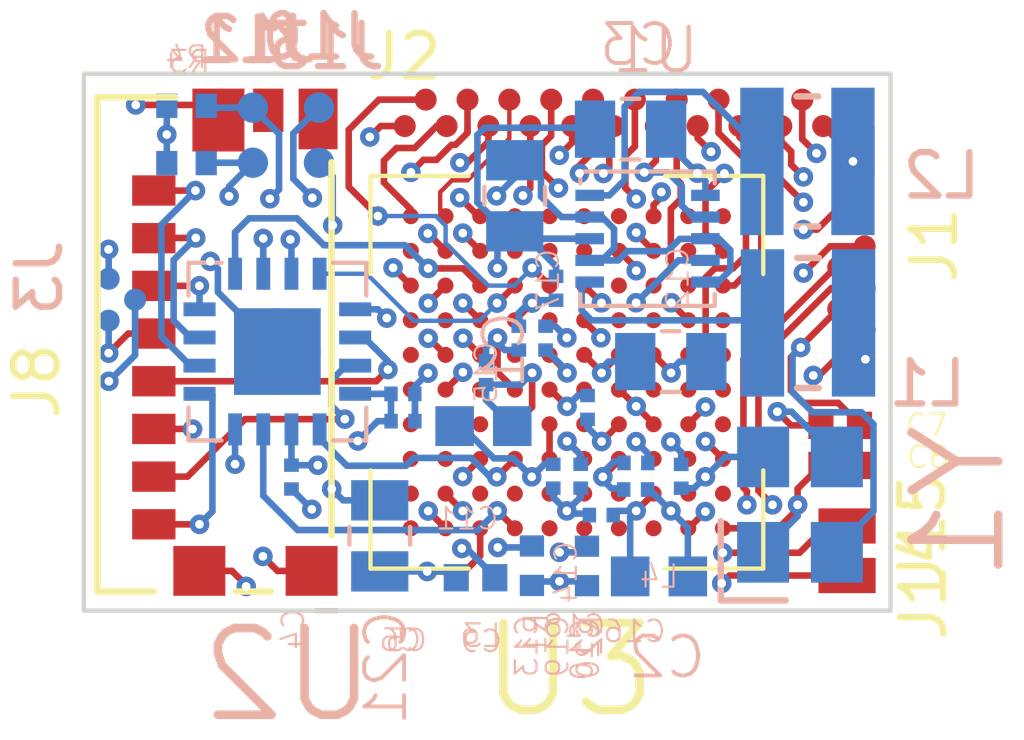
<source format=kicad_pcb>
(kicad_pcb (version 20171130) (host pcbnew "(5.1.0)-1")
  (layers (0 F.Cu signal) (1 In1.Cu power hide) (2 In2.Cu signal) (3 In3.Cu signal) (4 In4.Cu power) (31 B.Cu signal) (34 B.Paste user hide) (35 F.Paste user hide) (36 B.SilkS user) (37 F.SilkS user) (38 B.Mask user hide) (39 F.Mask user hide) (44 Edge.Cuts user))
  (net 0 "")
  (net 1 Earth)
  (net 2 +BATT)
  (net 3 +1V8)
  (net 4 +3V3)
  (net 5 /MCU/XOUT)
  (net 6 /MCU/XIN)
  (net 7 /MCU/VDDUTMIC)
  (net 8 /MCU/VDDPLL)
  (net 9 +1V2)
  (net 10 "Net-(J8-PadG5)")
  (net 11 "Net-(J8-PadG4)")
  (net 12 "/SD Card/DAT2")
  (net 13 "/SD Card/DAT3")
  (net 14 "/SD Card/DAT0")
  (net 15 "Net-(J8-PadP3)")
  (net 16 "Net-(J8-PadP5)")
  (net 17 "/SD Card/DAT1")
  (net 18 "/CMOS Imaging Sensor Connectors/LINE_VALID")
  (net 19 "/CMOS Imaging Sensor Connectors/FRAME_VALID")
  (net 20 "/CMOS Imaging Sensor Connectors/img_d6")
  (net 21 "/CMOS Imaging Sensor Connectors/img_d7")
  (net 22 "/CMOS Imaging Sensor Connectors/img_d5")
  (net 23 "/CMOS Imaging Sensor Connectors/img_d4")
  (net 24 "/CMOS Imaging Sensor Connectors/CLK_OUT")
  (net 25 "/CMOS Imaging Sensor Connectors/img_d3")
  (net 26 "/CMOS Imaging Sensor Connectors/img_d1")
  (net 27 "/CMOS Imaging Sensor Connectors/img_d2")
  (net 28 "/CMOS Imaging Sensor Connectors/img_d0")
  (net 29 "/CMOS Imaging Sensor Connectors/SS_N")
  (net 30 "/CMOS Imaging Sensor Connectors/SCK")
  (net 31 "/CMOS Imaging Sensor Connectors/RESET_N")
  (net 32 "/CMOS Imaging Sensor Connectors/TRIGGER0")
  (net 33 "/CMOS Imaging Sensor Connectors/MONITOR0")
  (net 34 "/CMOS Imaging Sensor Connectors/MISO")
  (net 35 "/CMOS Imaging Sensor Connectors/MOSI")
  (net 36 "/CMOS Imaging Sensor Connectors/Status_LED")
  (net 37 "Net-(L1-Pad1)")
  (net 38 "Net-(L2-Pad1)")
  (net 39 /MCU/SDCardCLKA)
  (net 40 /MCU/SDCardCMDA)
  (net 41 /MCU/SD3)
  (net 42 /MCU/SD2)
  (net 43 /MCU/SD1)
  (net 44 /MCU/SD0)
  (net 45 "Net-(U3-PadK7)")
  (net 46 "Net-(U3-PadK6)")
  (net 47 "Net-(U3-PadK5)")
  (net 48 "Net-(U3-PadK4)")
  (net 49 "Net-(U3-PadK2)")
  (net 50 "Net-(U3-PadK1)")
  (net 51 "Net-(U3-PadJ10)")
  (net 52 "Net-(U3-PadJ7)")
  (net 53 "Net-(U3-PadJ6)")
  (net 54 "Net-(U3-PadJ5)")
  (net 55 "Net-(U3-PadJ2)")
  (net 56 "Net-(U3-PadH4)")
  (net 57 "Net-(U3-PadH2)")
  (net 58 "Net-(U3-PadG9)")
  (net 59 "Net-(U3-PadG4)")
  (net 60 "Net-(U3-PadG3)")
  (net 61 "Net-(U3-PadG1)")
  (net 62 "Net-(U3-PadF10)")
  (net 63 "Net-(U3-PadF7)")
  (net 64 "Net-(U3-PadF2)")
  (net 65 "Net-(U3-PadF1)")
  (net 66 "Net-(U3-PadE10)")
  (net 67 "Net-(U3-PadE8)")
  (net 68 "Net-(U3-PadE3)")
  (net 69 "Net-(U3-PadE1)")
  (net 70 "Net-(U3-PadD10)")
  (net 71 "Net-(U3-PadD9)")
  (net 72 /MCU/PWMC0)
  (net 73 "Net-(U3-PadD5)")
  (net 74 "Net-(U3-PadD1)")
  (net 75 "Net-(U3-PadC10)")
  (net 76 "Net-(U3-PadC9)")
  (net 77 "Net-(U3-PadB10)")
  (net 78 "Net-(U3-PadB8)")
  (net 79 /MCU/test8)
  (net 80 /MCU/test6)
  (net 81 /MCU/test4)
  (net 82 /MCU/test2)
  (net 83 "Net-(U3-PadB2)")
  (net 84 "Net-(U3-PadB1)")
  (net 85 "Net-(U3-PadA10)")
  (net 86 /MCU/test7)
  (net 87 /MCU/test5)
  (net 88 /MCU/test3)
  (net 89 /MCU/test1)
  (net 90 "Net-(U3-PadG10)")
  (net 91 "/External Connectors/LED_ENT")
  (net 92 "/External Connectors/SCL")
  (net 93 "/External Connectors/SDA")
  (net 94 "/External Connectors/IR_Receiver")
  (net 95 "/External Connectors/SWDIO")
  (net 96 "/External Connectors/SWDCLK")
  (module .Package_BGA:BGA_100_CP80_10X10_900X900X110B40L (layer F.Cu) (at 128.4644 95.33822 180)
    (fp_text reference U3)
    (fp_text value ATSAME70N21A-CN)
    (fp_text user %R (at -0.0596 -6.87138 180) (layer F.SilkS) (effects (font (size 2 2) (thickness 0.2))))
    (pad K10 smd circle (at 3.6 3.6 180) (size 0.37 0.37) (layers F.Cu F.Paste F.Mask) (net 20 "/CMOS Imaging Sensor Connectors/img_d6"))
    (pad K9 smd circle (at 2.8 3.6 180) (size 0.37 0.37) (layers F.Cu F.Paste F.Mask) (net 23 "/CMOS Imaging Sensor Connectors/img_d4"))
    (pad K8 smd circle (at 2 3.6 180) (size 0.37 0.37) (layers F.Cu F.Paste F.Mask) (net 42 /MCU/SD2))
    (pad K7 smd circle (at 1.2 3.6 180) (size 0.37 0.37) (layers F.Cu F.Paste F.Mask) (net 45 "Net-(U3-PadK7)"))
    (pad K6 smd circle (at 0.4 3.6 180) (size 0.37 0.37) (layers F.Cu F.Paste F.Mask) (net 46 "Net-(U3-PadK6)"))
    (pad K5 smd circle (at -0.4 3.6 180) (size 0.37 0.37) (layers F.Cu F.Paste F.Mask) (net 47 "Net-(U3-PadK5)"))
    (pad K4 smd circle (at -1.2 3.6 180) (size 0.37 0.37) (layers F.Cu F.Paste F.Mask) (net 48 "Net-(U3-PadK4)"))
    (pad K3 smd circle (at -2 3.6 180) (size 0.37 0.37) (layers F.Cu F.Paste F.Mask) (net 34 "/CMOS Imaging Sensor Connectors/MISO"))
    (pad K2 smd circle (at -2.8 3.6 180) (size 0.37 0.37) (layers F.Cu F.Paste F.Mask) (net 49 "Net-(U3-PadK2)"))
    (pad K1 smd circle (at -3.6 3.6 180) (size 0.37 0.37) (layers F.Cu F.Paste F.Mask) (net 50 "Net-(U3-PadK1)"))
    (pad J10 smd circle (at 3.6 2.8 180) (size 0.37 0.37) (layers F.Cu F.Paste F.Mask) (net 51 "Net-(U3-PadJ10)"))
    (pad J9 smd circle (at 2.8 2.8 180) (size 0.37 0.37) (layers F.Cu F.Paste F.Mask) (net 25 "/CMOS Imaging Sensor Connectors/img_d3"))
    (pad J8 smd circle (at 2 2.8 180) (size 0.37 0.37) (layers F.Cu F.Paste F.Mask) (net 22 "/CMOS Imaging Sensor Connectors/img_d5"))
    (pad J7 smd circle (at 1.2 2.8 180) (size 0.37 0.37) (layers F.Cu F.Paste F.Mask) (net 52 "Net-(U3-PadJ7)"))
    (pad J6 smd circle (at 0.4 2.8 180) (size 0.37 0.37) (layers F.Cu F.Paste F.Mask) (net 53 "Net-(U3-PadJ6)"))
    (pad J5 smd circle (at -0.4 2.8 180) (size 0.37 0.37) (layers F.Cu F.Paste F.Mask) (net 54 "Net-(U3-PadJ5)"))
    (pad J4 smd circle (at -1.2 2.8 180) (size 0.37 0.37) (layers F.Cu F.Paste F.Mask) (net 30 "/CMOS Imaging Sensor Connectors/SCK"))
    (pad J3 smd circle (at -2 2.8 180) (size 0.37 0.37) (layers F.Cu F.Paste F.Mask) (net 24 "/CMOS Imaging Sensor Connectors/CLK_OUT"))
    (pad J2 smd circle (at -2.8 2.8 180) (size 0.37 0.37) (layers F.Cu F.Paste F.Mask) (net 55 "Net-(U3-PadJ2)"))
    (pad J1 smd circle (at -3.6 2.8 180) (size 0.37 0.37) (layers F.Cu F.Paste F.Mask) (net 18 "/CMOS Imaging Sensor Connectors/LINE_VALID"))
    (pad H10 smd circle (at 3.6 2 180) (size 0.37 0.37) (layers F.Cu F.Paste F.Mask) (net 26 "/CMOS Imaging Sensor Connectors/img_d1"))
    (pad H9 smd circle (at 2.8 2 180) (size 0.37 0.37) (layers F.Cu F.Paste F.Mask) (net 27 "/CMOS Imaging Sensor Connectors/img_d2"))
    (pad H8 smd circle (at 2 2 180) (size 0.37 0.37) (layers F.Cu F.Paste F.Mask) (net 41 /MCU/SD3))
    (pad H7 smd circle (at 1.2 2 180) (size 0.37 0.37) (layers F.Cu F.Paste F.Mask) (net 39 /MCU/SDCardCLKA))
    (pad H6 smd circle (at 0.4 2 180) (size 0.37 0.37) (layers F.Cu F.Paste F.Mask) (net 19 "/CMOS Imaging Sensor Connectors/FRAME_VALID"))
    (pad H5 smd circle (at -0.4 2 180) (size 0.37 0.37) (layers F.Cu F.Paste F.Mask) (net 35 "/CMOS Imaging Sensor Connectors/MOSI"))
    (pad H4 smd circle (at -1.2 2 180) (size 0.37 0.37) (layers F.Cu F.Paste F.Mask) (net 56 "Net-(U3-PadH4)"))
    (pad H3 smd circle (at -2 2 180) (size 0.37 0.37) (layers F.Cu F.Paste F.Mask) (net 29 "/CMOS Imaging Sensor Connectors/SS_N"))
    (pad H2 smd circle (at -2.8 2 180) (size 0.37 0.37) (layers F.Cu F.Paste F.Mask) (net 57 "Net-(U3-PadH2)"))
    (pad H1 smd circle (at -3.6 2 180) (size 0.37 0.37) (layers F.Cu F.Paste F.Mask) (net 32 "/CMOS Imaging Sensor Connectors/TRIGGER0"))
    (pad G10 smd circle (at 3.6 1.2 180) (size 0.37 0.37) (layers F.Cu F.Paste F.Mask) (net 90 "Net-(U3-PadG10)"))
    (pad G9 smd circle (at 2.8 1.2 180) (size 0.37 0.37) (layers F.Cu F.Paste F.Mask) (net 58 "Net-(U3-PadG9)"))
    (pad G8 smd circle (at 2 1.2 180) (size 0.37 0.37) (layers F.Cu F.Paste F.Mask) (net 95 "/External Connectors/SWDIO"))
    (pad G7 smd circle (at 1.2 1.2 180) (size 0.37 0.37) (layers F.Cu F.Paste F.Mask) (net 3 +1V8))
    (pad G6 smd circle (at 0.4 1.2 180) (size 0.37 0.37) (layers F.Cu F.Paste F.Mask) (net 9 +1V2))
    (pad G5 smd circle (at -0.4 1.2 180) (size 0.37 0.37) (layers F.Cu F.Paste F.Mask) (net 21 "/CMOS Imaging Sensor Connectors/img_d7"))
    (pad G4 smd circle (at -1.2 1.2 180) (size 0.37 0.37) (layers F.Cu F.Paste F.Mask) (net 59 "Net-(U3-PadG4)"))
    (pad G3 smd circle (at -2 1.2 180) (size 0.37 0.37) (layers F.Cu F.Paste F.Mask) (net 60 "Net-(U3-PadG3)"))
    (pad G2 smd circle (at -2.8 1.2 180) (size 0.37 0.37) (layers F.Cu F.Paste F.Mask) (net 33 "/CMOS Imaging Sensor Connectors/MONITOR0"))
    (pad G1 smd circle (at -3.6 1.2 180) (size 0.37 0.37) (layers F.Cu F.Paste F.Mask) (net 61 "Net-(U3-PadG1)"))
    (pad F10 smd circle (at 3.6 0.4 180) (size 0.37 0.37) (layers F.Cu F.Paste F.Mask) (net 62 "Net-(U3-PadF10)"))
    (pad F9 smd circle (at 2.8 0.4 180) (size 0.37 0.37) (layers F.Cu F.Paste F.Mask) (net 28 "/CMOS Imaging Sensor Connectors/img_d0"))
    (pad F8 smd circle (at 2 0.4 180) (size 0.37 0.37) (layers F.Cu F.Paste F.Mask) (net 91 "/External Connectors/LED_ENT"))
    (pad F7 smd circle (at 1.2 0.4 180) (size 0.37 0.37) (layers F.Cu F.Paste F.Mask) (net 63 "Net-(U3-PadF7)"))
    (pad F6 smd circle (at 0.4 0.4 180) (size 0.37 0.37) (layers F.Cu F.Paste F.Mask) (net 1 Earth))
    (pad F5 smd circle (at -0.4 0.4 180) (size 0.37 0.37) (layers F.Cu F.Paste F.Mask) (net 1 Earth))
    (pad F4 smd circle (at -1.2 0.4 180) (size 0.37 0.37) (layers F.Cu F.Paste F.Mask) (net 1 Earth))
    (pad F3 smd circle (at -2 0.4 180) (size 0.37 0.37) (layers F.Cu F.Paste F.Mask) (net 3 +1V8))
    (pad F2 smd circle (at -2.8 0.4 180) (size 0.37 0.37) (layers F.Cu F.Paste F.Mask) (net 64 "Net-(U3-PadF2)"))
    (pad F1 smd circle (at -3.6 0.4 180) (size 0.37 0.37) (layers F.Cu F.Paste F.Mask) (net 65 "Net-(U3-PadF1)"))
    (pad E10 smd circle (at 3.6 -0.4 180) (size 0.37 0.37) (layers F.Cu F.Paste F.Mask) (net 66 "Net-(U3-PadE10)"))
    (pad E9 smd circle (at 2.8 -0.4 180) (size 0.37 0.37) (layers F.Cu F.Paste F.Mask) (net 96 "/External Connectors/SWDCLK"))
    (pad E8 smd circle (at 2 -0.4 180) (size 0.37 0.37) (layers F.Cu F.Paste F.Mask) (net 67 "Net-(U3-PadE8)"))
    (pad E7 smd circle (at 1.2 -0.4 180) (size 0.37 0.37) (layers F.Cu F.Paste F.Mask) (net 1 Earth))
    (pad E6 smd circle (at 0.4 -0.4 180) (size 0.37 0.37) (layers F.Cu F.Paste F.Mask) (net 3 +1V8))
    (pad E5 smd circle (at -0.4 -0.4 180) (size 0.37 0.37) (layers F.Cu F.Paste F.Mask) (net 3 +1V8))
    (pad E4 smd circle (at -1.2 -0.4 180) (size 0.37 0.37) (layers F.Cu F.Paste F.Mask) (net 1 Earth))
    (pad E3 smd circle (at -2 -0.4 180) (size 0.37 0.37) (layers F.Cu F.Paste F.Mask) (net 68 "Net-(U3-PadE3)"))
    (pad E2 smd circle (at -2.8 -0.4 180) (size 0.37 0.37) (layers F.Cu F.Paste F.Mask) (net 31 "/CMOS Imaging Sensor Connectors/RESET_N"))
    (pad E1 smd circle (at -3.6 -0.4 180) (size 0.37 0.37) (layers F.Cu F.Paste F.Mask) (net 69 "Net-(U3-PadE1)"))
    (pad D10 smd circle (at 3.6 -1.2 180) (size 0.37 0.37) (layers F.Cu F.Paste F.Mask) (net 70 "Net-(U3-PadD10)"))
    (pad D9 smd circle (at 2.8 -1.2 180) (size 0.37 0.37) (layers F.Cu F.Paste F.Mask) (net 71 "Net-(U3-PadD9)"))
    (pad D8 smd circle (at 2 -1.2 180) (size 0.37 0.37) (layers F.Cu F.Paste F.Mask) (net 72 /MCU/PWMC0))
    (pad D7 smd circle (at 1.2 -1.2 180) (size 0.37 0.37) (layers F.Cu F.Paste F.Mask) (net 8 /MCU/VDDPLL))
    (pad D6 smd circle (at 0.4 -1.2 180) (size 0.37 0.37) (layers F.Cu F.Paste F.Mask) (net 9 +1V2))
    (pad D5 smd circle (at -0.4 -1.2 180) (size 0.37 0.37) (layers F.Cu F.Paste F.Mask) (net 73 "Net-(U3-PadD5)"))
    (pad D4 smd circle (at -1.2 -1.2 180) (size 0.37 0.37) (layers F.Cu F.Paste F.Mask) (net 1 Earth))
    (pad D3 smd circle (at -2 -1.2 180) (size 0.37 0.37) (layers F.Cu F.Paste F.Mask) (net 1 Earth))
    (pad D2 smd circle (at -2.8 -1.2 180) (size 0.37 0.37) (layers F.Cu F.Paste F.Mask) (net 36 "/CMOS Imaging Sensor Connectors/Status_LED"))
    (pad D1 smd circle (at -3.6 -1.2 180) (size 0.37 0.37) (layers F.Cu F.Paste F.Mask) (net 74 "Net-(U3-PadD1)"))
    (pad C10 smd circle (at 3.6 -2 180) (size 0.37 0.37) (layers F.Cu F.Paste F.Mask) (net 75 "Net-(U3-PadC10)"))
    (pad C9 smd circle (at 2.8 -2 180) (size 0.37 0.37) (layers F.Cu F.Paste F.Mask) (net 76 "Net-(U3-PadC9)"))
    (pad C8 smd circle (at 2 -2 180) (size 0.37 0.37) (layers F.Cu F.Paste F.Mask) (net 92 "/External Connectors/SCL"))
    (pad C7 smd circle (at 1.2 -2 180) (size 0.37 0.37) (layers F.Cu F.Paste F.Mask) (net 44 /MCU/SD0))
    (pad C6 smd circle (at 0.4 -2 180) (size 0.37 0.37) (layers F.Cu F.Paste F.Mask) (net 9 +1V2))
    (pad C5 smd circle (at -0.4 -2 180) (size 0.37 0.37) (layers F.Cu F.Paste F.Mask) (net 3 +1V8))
    (pad C4 smd circle (at -1.2 -2 180) (size 0.37 0.37) (layers F.Cu F.Paste F.Mask) (net 1 Earth))
    (pad C3 smd circle (at -2 -2 180) (size 0.37 0.37) (layers F.Cu F.Paste F.Mask) (net 9 +1V2))
    (pad C2 smd circle (at -2.8 -2 180) (size 0.37 0.37) (layers F.Cu F.Paste F.Mask) (net 3 +1V8))
    (pad C1 smd circle (at -3.6 -2 180) (size 0.37 0.37) (layers F.Cu F.Paste F.Mask) (net 94 "/External Connectors/IR_Receiver"))
    (pad B10 smd circle (at 3.6 -2.8 180) (size 0.37 0.37) (layers F.Cu F.Paste F.Mask) (net 77 "Net-(U3-PadB10)"))
    (pad B9 smd circle (at 2.8 -2.8 180) (size 0.37 0.37) (layers F.Cu F.Paste F.Mask) (net 93 "/External Connectors/SDA"))
    (pad B8 smd circle (at 2 -2.8 180) (size 0.37 0.37) (layers F.Cu F.Paste F.Mask) (net 78 "Net-(U3-PadB8)"))
    (pad B7 smd circle (at 1.2 -2.8 180) (size 0.37 0.37) (layers F.Cu F.Paste F.Mask) (net 79 /MCU/test8))
    (pad B6 smd circle (at 0.4 -2.8 180) (size 0.37 0.37) (layers F.Cu F.Paste F.Mask) (net 80 /MCU/test6))
    (pad B5 smd circle (at -0.4 -2.8 180) (size 0.37 0.37) (layers F.Cu F.Paste F.Mask) (net 81 /MCU/test4))
    (pad B4 smd circle (at -1.2 -2.8 180) (size 0.37 0.37) (layers F.Cu F.Paste F.Mask) (net 82 /MCU/test2))
    (pad B3 smd circle (at -2 -2.8 180) (size 0.37 0.37) (layers F.Cu F.Paste F.Mask) (net 7 /MCU/VDDUTMIC))
    (pad B2 smd circle (at -2.8 -2.8 180) (size 0.37 0.37) (layers F.Cu F.Paste F.Mask) (net 83 "Net-(U3-PadB2)"))
    (pad B1 smd circle (at -3.6 -2.8 180) (size 0.37 0.37) (layers F.Cu F.Paste F.Mask) (net 84 "Net-(U3-PadB1)"))
    (pad A10 smd circle (at 3.6 -3.6 180) (size 0.37 0.37) (layers F.Cu F.Paste F.Mask) (net 85 "Net-(U3-PadA10)"))
    (pad A9 smd circle (at 2.8 -3.6 180) (size 0.37 0.37) (layers F.Cu F.Paste F.Mask) (net 40 /MCU/SDCardCMDA))
    (pad A8 smd circle (at 2 -3.6 180) (size 0.37 0.37) (layers F.Cu F.Paste F.Mask) (net 1 Earth))
    (pad A7 smd circle (at 1.2 -3.6 180) (size 0.37 0.37) (layers F.Cu F.Paste F.Mask) (net 43 /MCU/SD1))
    (pad A6 smd circle (at 0.4 -3.6 180) (size 0.37 0.37) (layers F.Cu F.Paste F.Mask) (net 86 /MCU/test7))
    (pad A5 smd circle (at -0.4 -3.6 180) (size 0.37 0.37) (layers F.Cu F.Paste F.Mask) (net 87 /MCU/test5))
    (pad A4 smd circle (at -1.2 -3.6 180) (size 0.37 0.37) (layers F.Cu F.Paste F.Mask) (net 88 /MCU/test3))
    (pad A3 smd circle (at -2 -3.6 180) (size 0.37 0.37) (layers F.Cu F.Paste F.Mask) (net 89 /MCU/test1))
    (pad A2 smd circle (at -2.8 -3.6 180) (size 0.37 0.37) (layers F.Cu F.Paste F.Mask) (net 5 /MCU/XOUT))
    (pad A1 smd circle (at -3.6 -3.6 180) (size 0.37 0.37) (layers F.Cu F.Paste F.Mask) (net 6 /MCU/XIN))
  )
  (module .Connector:B2B_Flex_22_Dual_Row_38milx24mil_Pad_20mil (layer F.Cu) (at 124.72416 89.65946)
    (fp_text reference J2 (at -0.0254 -1.6002) (layer F.SilkS))
    (fp_text value Conn_01x22)
    (pad 22 smd circle (at 10.134599 -0.6096) (size 0.508 0.508) (layers F.Cu F.Paste F.Mask) (net 36 "/CMOS Imaging Sensor Connectors/Status_LED"))
    (pad 21 smd circle (at 9.652 0) (size 0.508 0.508) (layers F.Cu F.Paste F.Mask) (net 4 +3V3))
    (pad 20 smd circle (at 9.16939 -0.6096) (size 0.508 0.508) (layers F.Cu F.Paste F.Mask) (net 35 "/CMOS Imaging Sensor Connectors/MOSI"))
    (pad 19 smd circle (at 8.686791 0) (size 0.508 0.508) (layers F.Cu F.Paste F.Mask) (net 34 "/CMOS Imaging Sensor Connectors/MISO"))
    (pad 18 smd circle (at 8.204191 -0.6096) (size 0.508 0.508) (layers F.Cu F.Paste F.Mask) (net 33 "/CMOS Imaging Sensor Connectors/MONITOR0"))
    (pad 17 smd circle (at 7.721592 0) (size 0.508 0.508) (layers F.Cu F.Paste F.Mask) (net 32 "/CMOS Imaging Sensor Connectors/TRIGGER0"))
    (pad 16 smd circle (at 7.238992 -0.6096) (size 0.508 0.508) (layers F.Cu F.Paste F.Mask) (net 31 "/CMOS Imaging Sensor Connectors/RESET_N"))
    (pad 15 smd circle (at 6.756393 0) (size 0.508 0.508) (layers F.Cu F.Paste F.Mask) (net 30 "/CMOS Imaging Sensor Connectors/SCK"))
    (pad 14 smd circle (at 6.273793 -0.6096) (size 0.508 0.508) (layers F.Cu F.Paste F.Mask) (net 29 "/CMOS Imaging Sensor Connectors/SS_N"))
    (pad 13 smd circle (at 5.791194 0) (size 0.508 0.508) (layers F.Cu F.Paste F.Mask) (net 1 Earth))
    (pad 12 smd circle (at 5.308594 -0.6096) (size 0.508 0.508) (layers F.Cu F.Paste F.Mask) (net 3 +1V8))
    (pad 11 smd circle (at 4.825995 0) (size 0.508 0.508) (layers F.Cu F.Paste F.Mask) (net 28 "/CMOS Imaging Sensor Connectors/img_d0"))
    (pad 10 smd circle (at 4.343395 -0.6096) (size 0.508 0.508) (layers F.Cu F.Paste F.Mask) (net 27 "/CMOS Imaging Sensor Connectors/img_d2"))
    (pad 9 smd circle (at 3.860796 0) (size 0.508 0.508) (layers F.Cu F.Paste F.Mask) (net 26 "/CMOS Imaging Sensor Connectors/img_d1"))
    (pad 8 smd circle (at 3.378196 -0.6096) (size 0.508 0.508) (layers F.Cu F.Paste F.Mask) (net 25 "/CMOS Imaging Sensor Connectors/img_d3"))
    (pad 7 smd circle (at 2.895597 0) (size 0.508 0.508) (layers F.Cu F.Paste F.Mask) (net 24 "/CMOS Imaging Sensor Connectors/CLK_OUT"))
    (pad 6 smd circle (at 2.412997 -0.6096) (size 0.508 0.508) (layers F.Cu F.Paste F.Mask) (net 23 "/CMOS Imaging Sensor Connectors/img_d4"))
    (pad 5 smd circle (at 1.930398 0) (size 0.508 0.508) (layers F.Cu F.Paste F.Mask) (net 22 "/CMOS Imaging Sensor Connectors/img_d5"))
    (pad 4 smd circle (at 1.447798 -0.6096) (size 0.508 0.508) (layers F.Cu F.Paste F.Mask) (net 21 "/CMOS Imaging Sensor Connectors/img_d7"))
    (pad 3 smd circle (at 0.965199 0) (size 0.508 0.508) (layers F.Cu F.Paste F.Mask) (net 20 "/CMOS Imaging Sensor Connectors/img_d6"))
    (pad 2 smd circle (at 0.482599 -0.6096) (size 0.508 0.508) (layers F.Cu F.Paste F.Mask) (net 19 "/CMOS Imaging Sensor Connectors/FRAME_VALID"))
    (pad 1 smd circle (at 0 0) (size 0.508 0.508) (layers F.Cu F.Paste F.Mask) (net 18 "/CMOS Imaging Sensor Connectors/LINE_VALID"))
  )
  (module .Capacitor:C_0805_2012Metric_L (layer B.Cu) (at 129.9337 89.73058 180)
    (fp_text reference C3)
    (fp_text value GRM21BR61C226ME44L)
    (fp_text user %R (at -0.18246 1.94818 180) (layer B.SilkS) (effects (font (size 0.92 0.92) (thickness 0.09)) (justify mirror)))
    (pad 2 smd rect (at 0.82 0 180) (size 0.93 1.32) (layers B.Cu B.Paste B.Mask) (net 1 Earth))
    (pad 1 smd rect (at -0.82 0 180) (size 0.93 1.32) (layers B.Cu B.Paste B.Mask) (net 4 +3V3))
  )
  (module .Inductor:VLS3012HBX-2R2M (layer B.Cu) (at 134.01392 90.4748)
    (fp_text reference L2 (at 3.09216 0.3302) (layer B.SilkS) (effects (justify mirror)))
    (fp_text value VLS3012HBX-2R2M)
    (pad 2 smd rect (at 1.05 0) (size 1 3.4) (layers B.Cu B.Paste B.Mask) (net 4 +3V3))
    (pad 1 smd rect (at -1.05 0) (size 1 3.4) (layers B.Cu B.Paste B.Mask) (net 38 "Net-(L2-Pad1)"))
  )
  (module .Connector:Conn_1x1_250x750_Pad (layer F.Cu) (at 134.92734 98.88474 90)
    (fp_text reference J15 (at -0.11938 1.74244 90) (layer F.SilkS))
    (fp_text value Conn_01x01)
    (pad 1 smd rect (at 0 0 90) (size 0.8128 1.3208) (layers F.Cu F.Paste F.Mask) (net 1 Earth))
  )
  (module .Connector:Conn_1x1_250x750_Pad (layer F.Cu) (at 134.92734 100.02774 90)
    (fp_text reference J14 (at -0.14986 1.76276 90) (layer F.SilkS))
    (fp_text value Conn_01x01)
    (pad 1 smd rect (at 0 0 90) (size 0.8128 1.3208) (layers F.Cu F.Paste F.Mask) (net 2 +BATT))
  )
  (module .Oscillator:OSCCC320X250X100L80X100 (layer B.Cu) (at 133.84186 98.3918 90)
    (fp_text reference Y1)
    (fp_text value ABM8G-12.000MHZ-4Y-T3)
    (fp_text user %R (at 0.04826 3.6576 90) (layer B.SilkS) (effects (font (size 2 2) (thickness 0.2)) (justify mirror)))
    (pad 4 smd rect (at -1.1 0.85) (size 1.2 1.4) (layers B.Cu B.Paste B.Mask) (net 1 Earth))
    (pad 3 smd rect (at 1.1 0.85) (size 1.2 1.4) (layers B.Cu B.Paste B.Mask) (net 5 /MCU/XOUT))
    (pad 2 smd rect (at 1.1 -0.85) (size 1.2 1.4) (layers B.Cu B.Paste B.Mask) (net 1 Earth))
    (pad 1 smd rect (at -1.1 -0.85) (size 1.2 1.4) (layers B.Cu B.Paste B.Mask) (net 6 /MCU/XIN))
  )
  (module .Package_QFN:QFN_17_P65_400X400X80L50X30T210L (layer B.Cu) (at 121.78538 94.86138 180)
    (fp_text reference U2)
    (fp_text value MAX13030EETE+)
    (fp_text user %R (at -0.24638 -7.46252) (layer B.SilkS) (effects (font (size 2 2) (thickness 0.2)) (justify mirror)))
    (pad 1 smd rect (at -0.975 -1.795 90) (size 0.74 0.32) (layers B.Cu B.Paste B.Mask) (net 44 /MCU/SD0))
    (pad 2 smd rect (at -0.325 -1.795 90) (size 0.74 0.32) (layers B.Cu B.Paste B.Mask) (net 3 +1V8))
    (pad 3 smd rect (at 0.325 -1.795 90) (size 0.74 0.32) (layers B.Cu B.Paste B.Mask) (net 43 /MCU/SD1))
    (pad 4 smd rect (at 0.975 -1.795 90) (size 0.74 0.32) (layers B.Cu B.Paste B.Mask) (net 42 /MCU/SD2))
    (pad 5 smd rect (at 1.795 -0.975 180) (size 0.74 0.32) (layers B.Cu B.Paste B.Mask) (net 17 "/SD Card/DAT1"))
    (pad 6 smd rect (at 1.795 -0.325 180) (size 0.74 0.32) (layers B.Cu B.Paste B.Mask) (net 12 "/SD Card/DAT2"))
    (pad 7 smd rect (at 1.795 0.325 180) (size 0.74 0.32) (layers B.Cu B.Paste B.Mask) (net 13 "/SD Card/DAT3"))
    (pad 8 smd rect (at 1.795 0.975 180) (size 0.74 0.32) (layers B.Cu B.Paste B.Mask) (net 15 "Net-(J8-PadP3)"))
    (pad 9 smd rect (at 0.975 1.795 90) (size 0.74 0.32) (layers B.Cu B.Paste B.Mask) (net 41 /MCU/SD3))
    (pad 10 smd rect (at 0.325 1.795 90) (size 0.74 0.32) (layers B.Cu B.Paste B.Mask) (net 40 /MCU/SDCardCMDA))
    (pad 11 smd rect (at -0.325 1.795 90) (size 0.74 0.32) (layers B.Cu B.Paste B.Mask) (net 3 +1V8))
    (pad 12 smd rect (at -0.975 1.795 90) (size 0.74 0.32) (layers B.Cu B.Paste B.Mask) (net 39 /MCU/SDCardCLKA))
    (pad 13 smd rect (at -1.795 0.975 180) (size 0.74 0.32) (layers B.Cu B.Paste B.Mask) (net 1 Earth))
    (pad 14 smd rect (at -1.795 0.325 180) (size 0.74 0.32) (layers B.Cu B.Paste B.Mask) (net 16 "Net-(J8-PadP5)"))
    (pad 15 smd rect (at -1.795 -0.325 180) (size 0.74 0.32) (layers B.Cu B.Paste B.Mask) (net 14 "/SD Card/DAT0"))
    (pad 16 smd rect (at -1.795 -0.975 180) (size 0.74 0.32) (layers B.Cu B.Paste B.Mask) (net 4 +3V3))
    (pad 17 smd rect (at 0.475 -0.475 180) (size 1.05 1.05) (layers B.Cu B.Paste B.Mask) (net 1 Earth))
    (pad 17 smd rect (at 0.475 0.475 180) (size 1.05 1.05) (layers B.Cu B.Paste B.Mask) (net 1 Earth))
    (pad 17 smd rect (at -0.475 -0.475 180) (size 1.05 1.05) (layers B.Cu B.Paste B.Mask) (net 1 Earth))
    (pad 17 smd rect (at -0.475 0.475 180) (size 1.05 1.05) (layers B.Cu B.Paste B.Mask) (net 1 Earth))
  )
  (module .Package_SON:SON_10_P50_300X300X100L40X24L (layer B.Cu) (at 130.32486 92.25788 270)
    (fp_text reference U1 (at -4.3434 -0.18542 180) (layer B.SilkS) (effects (font (thickness 0.1)) (justify mirror)))
    (fp_text value TPS62402-Q1)
    (pad 10 smd rect (at -1 1.335 180) (size 0.66 0.26) (layers B.Cu B.Paste B.Mask) (net 38 "Net-(L2-Pad1)"))
    (pad 9 smd rect (at -0.5 1.335 180) (size 0.66 0.26) (layers B.Cu B.Paste B.Mask) (net 2 +BATT))
    (pad 8 smd rect (at 0 1.335 180) (size 0.66 0.26) (layers B.Cu B.Paste B.Mask) (net 1 Earth))
    (pad 7 smd rect (at 0.5 1.335 180) (size 0.66 0.26) (layers B.Cu B.Paste B.Mask) (net 2 +BATT))
    (pad 6 smd rect (at 1 1.335 180) (size 0.66 0.26) (layers B.Cu B.Paste B.Mask) (net 37 "Net-(L1-Pad1)"))
    (pad 5 smd rect (at 1 -1.335 180) (size 0.66 0.26) (layers B.Cu B.Paste B.Mask) (net 2 +BATT))
    (pad 4 smd rect (at 0.5 -1.335 180) (size 0.66 0.26) (layers B.Cu B.Paste B.Mask) (net 3 +1V8))
    (pad 3 smd rect (at 0 -1.335 180) (size 0.66 0.26) (layers B.Cu B.Paste B.Mask) (net 2 +BATT))
    (pad 2 smd rect (at -0.5 -1.335 180) (size 0.66 0.26) (layers B.Cu B.Paste B.Mask) (net 1 Earth))
    (pad 1 smd rect (at -1 -1.335 180) (size 0.66 0.26) (layers B.Cu B.Paste B.Mask) (net 4 +3V3))
  )
  (module .Resistor:R_0402_1005Metric_ERJ_L (layer B.Cu) (at 119.68954 90.5129)
    (fp_text reference R4)
    (fp_text value 100k)
    (fp_text user %R (at -0.00728 -2.44348) (layer B.SilkS) (effects (font (size 0.5 0.5) (thickness 0.05)) (justify mirror)))
    (pad 2 smd rect (at 0.455 0) (size 0.49 0.56) (layers B.Cu B.Paste B.Mask) (net 95 "/External Connectors/SWDIO"))
    (pad 1 smd rect (at -0.455 0) (size 0.49 0.56) (layers B.Cu B.Paste B.Mask) (net 3 +1V8))
  )
  (module .Resistor:R_0402_1005Metric_ERJ_L (layer B.Cu) (at 119.69022 89.1921)
    (fp_text reference R3)
    (fp_text value 100k)
    (fp_text user %R (at 0.0635 -1.01854) (layer B.SilkS) (effects (font (size 0.5 0.5) (thickness 0.05)) (justify mirror)))
    (pad 2 smd rect (at 0.455 0) (size 0.49 0.56) (layers B.Cu B.Paste B.Mask) (net 96 "/External Connectors/SWDCLK"))
    (pad 1 smd rect (at -0.455 0) (size 0.49 0.56) (layers B.Cu B.Paste B.Mask) (net 3 +1V8))
  )
  (module .Resistor:R_0402_1005Metric_ERJ_L (layer B.Cu) (at 128.92786 99.80642 270)
    (fp_text reference R2)
    (fp_text value 4.7k)
    (fp_text user %R (at 1.60562 -0.09652 270) (layer B.SilkS) (effects (font (size 0.5 0.5) (thickness 0.05)) (justify mirror)))
    (pad 2 smd rect (at 0.455 0 270) (size 0.49 0.56) (layers B.Cu B.Paste B.Mask) (net 1 Earth))
    (pad 1 smd rect (at -0.455 0 270) (size 0.49 0.56) (layers B.Cu B.Paste B.Mask) (net 92 "/External Connectors/SCL"))
  )
  (module .Resistor:R_0402_1005Metric_ERJ_L (layer B.Cu) (at 127.65786 99.80134 270)
    (fp_text reference R1)
    (fp_text value 4.7k)
    (fp_text user %R (at 1.5748 -0.08128 270) (layer B.SilkS) (effects (font (size 0.5 0.5) (thickness 0.05)) (justify mirror)))
    (pad 2 smd rect (at 0.455 0 270) (size 0.49 0.56) (layers B.Cu B.Paste B.Mask) (net 1 Earth))
    (pad 1 smd rect (at -0.455 0 270) (size 0.49 0.56) (layers B.Cu B.Paste B.Mask) (net 93 "/External Connectors/SDA"))
  )
  (module .Inductor:L_0603_1608Metric_L (layer B.Cu) (at 130.5895 100.04806)
    (fp_text reference L4)
    (fp_text value BLM18PG471SN1D)
    (fp_text user %R (at 0 0) (layer B.SilkS) (effects (font (size 0.52 0.52) (thickness 0.05)) (justify mirror)))
    (pad 2 smd rect (at 0.665 0) (size 0.89 0.92) (layers B.Cu B.Paste B.Mask) (net 9 +1V2))
    (pad 1 smd rect (at -0.665 0) (size 0.89 0.92) (layers B.Cu B.Paste B.Mask) (net 7 /MCU/VDDUTMIC))
  )
  (module .Inductor:L_0603_1608Metric_L (layer B.Cu) (at 126.53978 96.58096)
    (fp_text reference L3)
    (fp_text value BLM18PG471SN1D)
    (fp_text user %R (at -0.0508 4.83108) (layer B.SilkS) (effects (font (size 0.52 0.52) (thickness 0.05)) (justify mirror)))
    (pad 2 smd rect (at 0.665 0) (size 0.89 0.92) (layers B.Cu B.Paste B.Mask) (net 8 /MCU/VDDPLL))
    (pad 1 smd rect (at -0.665 0) (size 0.89 0.92) (layers B.Cu B.Paste B.Mask) (net 9 +1V2))
  )
  (module .Inductor:VLS3012HBX-2R2M (layer B.Cu) (at 134.02662 94.20098)
    (fp_text reference L1 (at 2.75492 1.40208) (layer B.SilkS) (effects (justify mirror)))
    (fp_text value VLS3012HBX-2R2M)
    (pad 2 smd rect (at 1.05 0) (size 1 3.4) (layers B.Cu B.Paste B.Mask) (net 3 +1V8))
    (pad 1 smd rect (at -1.05 0) (size 1 3.4) (layers B.Cu B.Paste B.Mask) (net 37 "Net-(L1-Pad1)"))
  )
  (module .Connector:Conn_1x1_700_Circular_Pad (layer B.Cu) (at 122.7455 90.50528 180)
    (fp_text reference J13 (at -0.17018 2.68224 180) (layer B.SilkS) (effects (justify mirror)))
    (fp_text value Conn_01x01)
    (pad 1 smd circle (at 0 0 180) (size 0.7 0.7) (layers B.Cu B.Paste B.Mask) (net 1 Earth))
  )
  (module .Connector:Conn_1x1_700_Circular_Pad (layer B.Cu) (at 121.2215 89.23528 180)
    (fp_text reference J12 (at -0.11684 1.57226 180) (layer B.SilkS) (effects (justify mirror)))
    (fp_text value Conn_01x01)
    (pad 1 smd circle (at 0 0 180) (size 0.7 0.7) (layers B.Cu B.Paste B.Mask) (net 96 "/External Connectors/SWDCLK"))
  )
  (module .Connector:Conn_1x1_700_Circular_Pad (layer B.Cu) (at 121.2215 90.50528 180)
    (fp_text reference J11 (at -0.02032 2.82702 180) (layer B.SilkS) (effects (justify mirror)))
    (fp_text value Conn_01x01)
    (pad 1 smd circle (at 0 0 180) (size 0.7 0.7) (layers B.Cu B.Paste B.Mask) (net 95 "/External Connectors/SWDIO"))
  )
  (module .Connector:Conn_1x1_700_Circular_Pad (layer B.Cu) (at 122.7455 89.23528 180)
    (fp_text reference J10 (at -0.01016 1.63576 180) (layer B.SilkS) (effects (justify mirror)))
    (fp_text value Conn_01x01)
    (pad 1 smd circle (at 0 0 180) (size 0.7 0.7) (layers B.Cu B.Paste B.Mask) (net 3 +1V8))
  )
  (module .Connector:0475710001 (layer F.Cu) (at 118.9355 94.996 90)
    (fp_text reference J8 (at -0.55 -2.7 90) (layer F.SilkS))
    (fp_text value 0475710001)
    (pad G5 smd rect (at 5.5 3.79 90) (size 1.4 0.9) (layers F.Cu F.Paste F.Mask) (net 10 "Net-(J8-PadG5)"))
    (pad G4 smd rect (at 5.7 2.64 90) (size 1 0.7) (layers F.Cu F.Paste F.Mask) (net 11 "Net-(J8-PadG4)"))
    (pad G3 smd rect (at 5.475 1.49 90) (size 1.45 1.2) (layers F.Cu F.Paste F.Mask) (net 1 Earth))
    (pad P1 smd rect (at 3.85 0 90) (size 0.7 1) (layers F.Cu F.Paste F.Mask) (net 12 "/SD Card/DAT2"))
    (pad P2 smd rect (at 2.75 0 90) (size 0.7 1) (layers F.Cu F.Paste F.Mask) (net 13 "/SD Card/DAT3"))
    (pad P7 smd rect (at -2.75 0 90) (size 0.7 1) (layers F.Cu F.Paste F.Mask) (net 14 "/SD Card/DAT0"))
    (pad P6 smd rect (at -1.65 0 90) (size 0.7 1) (layers F.Cu F.Paste F.Mask) (net 1 Earth))
    (pad P3 smd rect (at 1.65 0 90) (size 0.7 1) (layers F.Cu F.Paste F.Mask) (net 15 "Net-(J8-PadP3)"))
    (pad P4 smd rect (at 0.55 0 90) (size 0.7 1) (layers F.Cu F.Paste F.Mask) (net 4 +3V3))
    (pad P5 smd rect (at -0.55 0 90) (size 0.7 1) (layers F.Cu F.Paste F.Mask) (net 16 "Net-(J8-PadP5)"))
    (pad P8 smd rect (at -3.85 0 90) (size 0.7 1) (layers F.Cu F.Paste F.Mask) (net 17 "/SD Card/DAT1"))
    (pad G1 smd rect (at -4.925 1.05 90) (size 1.15 1.2) (layers F.Cu F.Paste F.Mask) (net 1 Earth))
    (pad G2 smd rect (at -4.925 3.64 90) (size 1.15 1.2) (layers F.Cu F.Paste F.Mask) (net 1 Earth))
  )
  (module .Connector:B2B_Flex_03_Dual_Row_38milx24mil_Pad_20mil_copy (layer B.Cu) (at 117.8941 93.18244 270)
    (fp_text reference J3 (at -0.0254 1.6002 270) (layer B.SilkS) (effects (justify mirror)))
    (fp_text value Conn_01x03)
    (pad 1 smd circle (at 0 0 270) (size 0.508 0.508) (layers B.Cu B.Paste B.Mask) (net 1 Earth))
    (pad 2 smd circle (at 0.482599 -0.6096 270) (size 0.508 0.508) (layers B.Cu B.Paste B.Mask) (net 94 "/External Connectors/IR_Receiver"))
    (pad 3 smd circle (at 0.965199 0 270) (size 0.508 0.508) (layers B.Cu B.Paste B.Mask) (net 4 +3V3))
  )
  (module .Connector:B2B_Flex_05_Dual_Row_38milx24mil_Pad_20mil_copy (layer F.Cu) (at 135.33374 92.43314 270)
    (fp_text reference J1 (at -0.0254 -1.6002 270) (layer F.SilkS))
    (fp_text value Conn_01x05)
    (pad 1 smd circle (at 0 0 270) (size 0.508 0.508) (layers F.Cu F.Paste F.Mask) (net 91 "/External Connectors/LED_ENT"))
    (pad 2 smd circle (at 0.482599 0.6096 270) (size 0.508 0.508) (layers F.Cu F.Paste F.Mask) (net 92 "/External Connectors/SCL"))
    (pad 3 smd circle (at 0.965199 0 270) (size 0.508 0.508) (layers F.Cu F.Paste F.Mask) (net 93 "/External Connectors/SDA"))
    (pad 4 smd circle (at 1.447798 0.6096 270) (size 0.508 0.508) (layers F.Cu F.Paste F.Mask) (net 1 Earth))
    (pad 5 smd circle (at 1.930398 0 270) (size 0.508 0.508) (layers F.Cu F.Paste F.Mask) (net 4 +3V3))
  )
  (module .Capacitor:C_0805_2012Metric_L (layer B.Cu) (at 124.14758 99.11292 270)
    (fp_text reference C21)
    (fp_text value C_Small)
    (fp_text user %R (at 3.03784 -0.1397 270) (layer B.SilkS) (effects (font (size 0.92 0.92) (thickness 0.09)) (justify mirror)))
    (pad 2 smd rect (at 0.82 0 270) (size 0.93 1.32) (layers B.Cu B.Paste B.Mask) (net 1 Earth))
    (pad 1 smd rect (at -0.82 0 270) (size 0.93 1.32) (layers B.Cu B.Paste B.Mask) (net 4 +3V3))
  )
  (module .Capacitor:C_0201_0603Metric_L (layer B.Cu) (at 128.94056 96.14984 270)
    (fp_text reference C20)
    (fp_text value GRM033R61A104ME15D)
    (fp_text user %R (at 5.55498 -0.01524 270) (layer B.SilkS) (effects (font (size 0.5 0.5) (thickness 0.05)) (justify mirror)))
    (pad 2 smd rect (at 0.275 0 270) (size 0.31 0.34) (layers B.Cu B.Paste B.Mask) (net 1 Earth))
    (pad 1 smd rect (at -0.275 0 270) (size 0.31 0.34) (layers B.Cu B.Paste B.Mask) (net 3 +1V8))
  )
  (module .Capacitor:C_0201_0603Metric_L (layer B.Cu) (at 127.97282 94.5515 270)
    (fp_text reference C19)
    (fp_text value GRM033R61A104ME15D)
    (fp_text user %R (at 7.1076 -0.27432 270) (layer B.SilkS) (effects (font (size 0.5 0.5) (thickness 0.05)) (justify mirror)))
    (pad 2 smd rect (at 0.275 0 270) (size 0.31 0.34) (layers B.Cu B.Paste B.Mask) (net 1 Earth))
    (pad 1 smd rect (at -0.275 0 270) (size 0.31 0.34) (layers B.Cu B.Paste B.Mask) (net 9 +1V2))
  )
  (module .Capacitor:C_0201_0603Metric_L (layer B.Cu) (at 130.05054 98.044 180)
    (fp_text reference C18)
    (fp_text value GRM033R60J105MEA2D)
    (fp_text user %R (at 1.41546 -3.14452 180) (layer B.SilkS) (effects (font (size 0.5 0.5) (thickness 0.05)) (justify mirror)))
    (pad 2 smd rect (at 0.275 0 180) (size 0.31 0.34) (layers B.Cu B.Paste B.Mask) (net 1 Earth))
    (pad 1 smd rect (at -0.275 0 180) (size 0.31 0.34) (layers B.Cu B.Paste B.Mask) (net 9 +1V2))
  )
  (module .Capacitor:C_0201_0603Metric_L (layer B.Cu) (at 128.14808 97.73666 270)
    (fp_text reference C17)
    (fp_text value GRM033R61A104ME15D)
    (fp_text user %R (at -4.52628 0.11938 270) (layer B.SilkS) (effects (font (size 0.5 0.5) (thickness 0.05)) (justify mirror)))
    (pad 1 smd rect (at -0.275 0 270) (size 0.31 0.34) (layers B.Cu B.Paste B.Mask) (net 9 +1V2))
    (pad 2 smd rect (at 0.275 0 270) (size 0.31 0.34) (layers B.Cu B.Paste B.Mask) (net 1 Earth))
  )
  (module .Capacitor:C_0201_0603Metric_L (layer B.Cu) (at 130.0563 97.42932 180)
    (fp_text reference C16)
    (fp_text value GRM033R61A104ME15D)
    (fp_text user %R (at 0.03116 -3.88366 180) (layer B.SilkS) (effects (font (size 0.5 0.5) (thickness 0.05)) (justify mirror)))
    (pad 2 smd rect (at 0.275 0 180) (size 0.31 0.34) (layers B.Cu B.Paste B.Mask) (net 1 Earth))
    (pad 1 smd rect (at -0.275 0 180) (size 0.31 0.34) (layers B.Cu B.Paste B.Mask) (net 9 +1V2))
  )
  (module .Capacitor:C_0201_0603Metric_L (layer B.Cu) (at 126.60122 95.34906 90)
    (fp_text reference C15)
    (fp_text value GRM033R61A104ME15D)
    (fp_text user %R (at 0 0 90) (layer B.SilkS) (effects (font (size 0.5 0.5) (thickness 0.05)) (justify mirror)))
    (pad 2 smd rect (at 0.275 0 90) (size 0.31 0.34) (layers B.Cu B.Paste B.Mask) (net 1 Earth))
    (pad 1 smd rect (at -0.275 0 90) (size 0.31 0.34) (layers B.Cu B.Paste B.Mask) (net 8 /MCU/VDDPLL))
  )
  (module .Capacitor:C_0201_0603Metric_L (layer B.Cu) (at 128.21412 93.40156 90)
    (fp_text reference C14)
    (fp_text value GRM033R61A104ME15D)
    (fp_text user %R (at -6.55574 0.2286 90) (layer B.SilkS) (effects (font (size 0.5 0.5) (thickness 0.05)) (justify mirror)))
    (pad 2 smd rect (at 0.275 0 90) (size 0.31 0.34) (layers B.Cu B.Paste B.Mask) (net 1 Earth))
    (pad 1 smd rect (at -0.275 0 90) (size 0.31 0.34) (layers B.Cu B.Paste B.Mask) (net 3 +1V8))
  )
  (module .Capacitor:C_0201_0603Metric_L (layer B.Cu) (at 127.3556 94.5515 270)
    (fp_text reference C13)
    (fp_text value GRM033R61A104ME15D)
    (fp_text user %R (at 7.10506 -0.18034 270) (layer B.SilkS) (effects (font (size 0.5 0.5) (thickness 0.05)) (justify mirror)))
    (pad 2 smd rect (at 0.275 0 270) (size 0.31 0.34) (layers B.Cu B.Paste B.Mask) (net 1 Earth))
    (pad 1 smd rect (at -0.275 0 270) (size 0.31 0.34) (layers B.Cu B.Paste B.Mask) (net 3 +1V8))
  )
  (module .Capacitor:C_0201_0603Metric_L (layer B.Cu) (at 131.1021 97.73852 270)
    (fp_text reference C12)
    (fp_text value GRM033R61A104ME15D)
    (fp_text user %R (at -4.57132 0.08128 270) (layer B.SilkS) (effects (font (size 0.5 0.5) (thickness 0.05)) (justify mirror)))
    (pad 2 smd rect (at 0.275 0 270) (size 0.31 0.34) (layers B.Cu B.Paste B.Mask) (net 1 Earth))
    (pad 1 smd rect (at -0.275 0 270) (size 0.31 0.34) (layers B.Cu B.Paste B.Mask) (net 3 +1V8))
  )
  (module .Capacitor:C_0201_0603Metric_L (layer B.Cu) (at 129.25806 98.63328 180)
    (fp_text reference C11)
    (fp_text value GRM033R61A104ME15D)
    (fp_text user %R (at 3.09372 -0.08128 180) (layer B.SilkS) (effects (font (size 0.5 0.5) (thickness 0.05)) (justify mirror)))
    (pad 2 smd rect (at 0.275 0 180) (size 0.31 0.34) (layers B.Cu B.Paste B.Mask) (net 1 Earth))
    (pad 1 smd rect (at -0.275 0 180) (size 0.31 0.34) (layers B.Cu B.Paste B.Mask) (net 7 /MCU/VDDUTMIC))
  )
  (module .Capacitor:C_0201_0603Metric_L (layer B.Cu) (at 128.78308 97.73666 270)
    (fp_text reference C10)
    (fp_text value GRM033R61A104ME15D)
    (fp_text user %R (at 4.00118 -0.02794 270) (layer B.SilkS) (effects (font (size 0.5 0.5) (thickness 0.05)) (justify mirror)))
    (pad 2 smd rect (at 0.275 0 270) (size 0.31 0.34) (layers B.Cu B.Paste B.Mask) (net 1 Earth))
    (pad 1 smd rect (at -0.275 0 270) (size 0.31 0.34) (layers B.Cu B.Paste B.Mask) (net 3 +1V8))
  )
  (module .Capacitor:C_0402_1005Metric_L (layer B.Cu) (at 126.35688 100.07854 180)
    (fp_text reference C9)
    (fp_text value GRM155R60J475ME87D)
    (fp_text user %R (at -0.13208 -1.46304 180) (layer B.SilkS) (effects (font (size 0.5 0.5) (thickness 0.05)) (justify mirror)))
    (pad 2 smd rect (at 0.445 0 180) (size 0.58 0.63) (layers B.Cu B.Paste B.Mask) (net 1 Earth))
    (pad 1 smd rect (at -0.445 0 180) (size 0.58 0.63) (layers B.Cu B.Paste B.Mask) (net 3 +1V8))
  )
  (module .Capacitor:C_0402_1005Metric_L (layer F.Cu) (at 134.76986 97.48774)
    (fp_text reference C8)
    (fp_text value GRM1555C1H120JA01D)
    (fp_text user %R (at 2.01676 -0.1905) (layer F.SilkS) (effects (font (size 0.5 0.5) (thickness 0.05))))
    (pad 2 smd rect (at 0.445 0) (size 0.58 0.63) (layers F.Cu F.Paste F.Mask) (net 1 Earth))
    (pad 1 smd rect (at -0.445 0) (size 0.58 0.63) (layers F.Cu F.Paste F.Mask) (net 6 /MCU/XIN))
  )
  (module .Capacitor:C_0402_1005Metric_L (layer F.Cu) (at 134.76986 96.56318)
    (fp_text reference C7)
    (fp_text value GRM1555C1H120JA01D)
    (fp_text user %R (at 1.9939 -0.00254) (layer F.SilkS) (effects (font (size 0.5 0.5) (thickness 0.05))))
    (pad 2 smd rect (at 0.445 0) (size 0.58 0.63) (layers F.Cu F.Paste F.Mask) (net 1 Earth))
    (pad 1 smd rect (at -0.445 0) (size 0.58 0.63) (layers F.Cu F.Paste F.Mask) (net 5 /MCU/XOUT))
  )
  (module .Capacitor:C_0201_0603Metric_L (layer B.Cu) (at 124.68166 95.83674)
    (fp_text reference C6)
    (fp_text value GRM033R61A104ME15D)
    (fp_text user %R (at -0.06096 5.67944) (layer B.SilkS) (effects (font (size 0.5 0.5) (thickness 0.05)) (justify mirror)))
    (pad 2 smd rect (at 0.275 0) (size 0.31 0.34) (layers B.Cu B.Paste B.Mask) (net 1 Earth))
    (pad 1 smd rect (at -0.275 0) (size 0.31 0.34) (layers B.Cu B.Paste B.Mask) (net 4 +3V3))
  )
  (module .Capacitor:C_0201_0603Metric_L (layer B.Cu) (at 124.68352 96.46666)
    (fp_text reference C5)
    (fp_text value GRM033R61A104ME15D)
    (fp_text user %R (at 0.07366 5.0546) (layer B.SilkS) (effects (font (size 0.5 0.5) (thickness 0.05)) (justify mirror)))
    (pad 2 smd rect (at 0.275 0) (size 0.31 0.34) (layers B.Cu B.Paste B.Mask) (net 1 Earth))
    (pad 1 smd rect (at -0.275 0) (size 0.31 0.34) (layers B.Cu B.Paste B.Mask) (net 4 +3V3))
  )
  (module .Capacitor:C_0201_0603Metric_L (layer B.Cu) (at 122.1105 97.75698 270)
    (fp_text reference C4)
    (fp_text value GRM033R61A104ME15D)
    (fp_text user %R (at 3.50774 -0.04064 270) (layer B.SilkS) (effects (font (size 0.5 0.5) (thickness 0.05)) (justify mirror)))
    (pad 2 smd rect (at 0.275 0 270) (size 0.31 0.34) (layers B.Cu B.Paste B.Mask) (net 1 Earth))
    (pad 1 smd rect (at -0.275 0 270) (size 0.31 0.34) (layers B.Cu B.Paste B.Mask) (net 3 +1V8))
  )
  (module .Capacitor:C_0805_2012Metric_L (layer B.Cu) (at 130.86122 95.09252 180)
    (fp_text reference C2)
    (fp_text value GRM21BR61C226ME44L)
    (fp_text user %R (at 0.09398 -6.8199 180) (layer B.SilkS) (effects (font (size 0.92 0.92) (thickness 0.09)) (justify mirror)))
    (pad 2 smd rect (at 0.82 0 180) (size 0.93 1.32) (layers B.Cu B.Paste B.Mask) (net 1 Earth))
    (pad 1 smd rect (at -0.82 0 180) (size 0.93 1.32) (layers B.Cu B.Paste B.Mask) (net 3 +1V8))
  )
  (module .Capacitor:C_0805_2012Metric_L (layer B.Cu) (at 127.26162 91.2677 270)
    (fp_text reference C1)
    (fp_text value GRM21BR61E106MA73L)
    (fp_text user %R (at 3.55304 0.24892 270) (layer B.SilkS) (effects (font (size 0.92 0.92) (thickness 0.09)) (justify mirror)))
    (pad 2 smd rect (at 0.82 0 270) (size 0.93 1.32) (layers B.Cu B.Paste B.Mask) (net 1 Earth))
    (pad 1 smd rect (at -0.82 0 270) (size 0.93 1.32) (layers B.Cu B.Paste B.Mask) (net 2 +BATT))
  )
  (gr_line (start 122.67946 100.838) (end 123.16206 100.838) (layer B.SilkS) (width 0.12))
  (gr_line (start 135.93064 100.838) (end 135.93064 88.45296) (layer Edge.Cuts) (width 0.1))
  (gr_line (start 117.3226 100.838) (end 135.93064 100.838) (layer Edge.Cuts) (width 0.1))
  (gr_line (start 117.3226 88.45296) (end 117.3226 100.838) (layer Edge.Cuts) (width 0.1))
  (gr_line (start 135.93064 88.45296) (end 117.3226 88.45296) (layer Edge.Cuts) (width 0.1))
  (via (at 119.82958 96.64954) (size 0.45) (drill 0.2) (layers F.Cu B.Cu) (net 1))
  (segment (start 118.9355 96.646) (end 119.82604 96.646) (width 0.1524) (layer F.Cu) (net 1))
  (segment (start 119.82604 96.646) (end 119.82958 96.64954) (width 0.1524) (layer F.Cu) (net 1))
  (via (at 122.5804 98.5012) (size 0.45) (drill 0.2) (layers F.Cu B.Cu) (net 1))
  (segment (start 122.1105 98.03198) (end 122.11118 98.03198) (width 0.1524) (layer B.Cu) (net 1))
  (segment (start 122.11118 98.03198) (end 122.5804 98.5012) (width 0.1524) (layer B.Cu) (net 1))
  (via (at 125.24232 99.93376) (size 0.45) (drill 0.2) (layers F.Cu B.Cu) (net 1))
  (segment (start 124.14758 99.93292) (end 125.24148 99.93292) (width 0.1524) (layer B.Cu) (net 1))
  (segment (start 125.24148 99.93292) (end 125.24232 99.93376) (width 0.1524) (layer B.Cu) (net 1))
  (segment (start 125.7671 99.93376) (end 125.24232 99.93376) (width 0.1524) (layer B.Cu) (net 1))
  (segment (start 125.91188 100.07854) (end 125.7671 99.93376) (width 0.1524) (layer B.Cu) (net 1))
  (via (at 128.29286 100.16236) (size 0.45) (drill 0.2) (layers F.Cu B.Cu) (net 1))
  (segment (start 127.65786 100.16558) (end 128.28964 100.16558) (width 0.1524) (layer B.Cu) (net 1))
  (segment (start 128.28964 100.16558) (end 128.29286 100.16236) (width 0.1524) (layer B.Cu) (net 1))
  (segment (start 124.95852 95.8386) (end 124.95666 95.83674) (width 0.1524) (layer B.Cu) (net 1))
  (segment (start 124.95852 96.46666) (end 124.95852 95.8386) (width 0.1524) (layer B.Cu) (net 1))
  (segment (start 122.26038 95.33638) (end 121.31038 95.33638) (width 0.1524) (layer B.Cu) (net 1))
  (segment (start 121.31038 95.33638) (end 121.31038 94.38638) (width 0.1524) (layer B.Cu) (net 1))
  (segment (start 121.31038 94.38638) (end 122.26038 94.38638) (width 0.1524) (layer B.Cu) (net 1))
  (segment (start 122.26038 94.38638) (end 122.26038 95.33638) (width 0.1524) (layer B.Cu) (net 1))
  (via (at 124.31014 94.08922) (size 0.45) (drill 0.2) (layers F.Cu B.Cu) (net 1))
  (segment (start 123.58038 93.88638) (end 124.1073 93.88638) (width 0.1524) (layer B.Cu) (net 1))
  (segment (start 124.1073 93.88638) (end 124.31014 94.08922) (width 0.1524) (layer B.Cu) (net 1))
  (via (at 120.23852 92.78112) (size 0.45) (drill 0.2) (layers F.Cu B.Cu) (net 1))
  (segment (start 120.41378 92.95638) (end 120.23852 92.78112) (width 0.1524) (layer B.Cu) (net 1))
  (segment (start 121.31038 94.38638) (end 120.41378 93.48978) (width 0.1524) (layer B.Cu) (net 1))
  (segment (start 120.41378 93.48978) (end 120.41378 92.95638) (width 0.1524) (layer B.Cu) (net 1))
  (via (at 117.89156 92.50426) (size 0.45) (drill 0.2) (layers F.Cu B.Cu) (net 1))
  (segment (start 117.8941 93.18244) (end 117.8941 92.5068) (width 0.1524) (layer B.Cu) (net 1))
  (segment (start 117.8941 92.5068) (end 117.89156 92.50426) (width 0.1524) (layer B.Cu) (net 1))
  (via (at 121.06656 100.2792) (size 0.45) (drill 0.2) (layers F.Cu B.Cu) (net 1))
  (segment (start 119.9855 99.921) (end 120.7379 99.921) (width 0.1524) (layer F.Cu) (net 1))
  (segment (start 121.06656 100.24966) (end 121.06656 100.2792) (width 0.1524) (layer F.Cu) (net 1))
  (segment (start 120.7379 99.921) (end 121.06656 100.24966) (width 0.1524) (layer F.Cu) (net 1))
  (via (at 121.45264 99.58578) (size 0.45) (drill 0.2) (layers F.Cu B.Cu) (net 1))
  (segment (start 122.5755 99.921) (end 121.78786 99.921) (width 0.1524) (layer F.Cu) (net 1))
  (segment (start 121.677639 99.810779) (end 121.45264 99.58578) (width 0.1524) (layer F.Cu) (net 1))
  (segment (start 121.78786 99.921) (end 121.677639 99.810779) (width 0.1524) (layer F.Cu) (net 1))
  (via (at 118.51894 89.17178) (size 0.45) (drill 0.2) (layers F.Cu B.Cu) (net 1))
  (segment (start 120.07628 89.17178) (end 118.51894 89.17178) (width 0.1524) (layer F.Cu) (net 1))
  (segment (start 120.4255 89.521) (end 120.07628 89.17178) (width 0.1524) (layer F.Cu) (net 1))
  (via (at 128.46304 98.53676) (size 0.45) (drill 0.2) (layers F.Cu B.Cu) (net 1))
  (segment (start 128.14808 98.01166) (end 128.14808 98.2218) (width 0.1524) (layer B.Cu) (net 1))
  (segment (start 128.14808 98.2218) (end 128.46304 98.53676) (width 0.1524) (layer B.Cu) (net 1))
  (segment (start 128.78308 98.21672) (end 128.46304 98.53676) (width 0.1524) (layer B.Cu) (net 1))
  (segment (start 128.78308 98.01166) (end 128.78308 98.21672) (width 0.1524) (layer B.Cu) (net 1))
  (segment (start 135.21486 97.48774) (end 135.21486 96.56318) (width 0.1524) (layer F.Cu) (net 1))
  (via (at 132.06222 99.50196) (size 0.45) (drill 0.2) (layers F.Cu B.Cu) (net 1))
  (segment (start 133.8326 99.50196) (end 132.06222 99.50196) (width 0.1524) (layer F.Cu) (net 1))
  (segment (start 134.94004 98.64598) (end 134.68604 98.64598) (width 0.1524) (layer F.Cu) (net 1))
  (segment (start 134.68858 98.64598) (end 133.8326 99.50196) (width 0.1524) (layer F.Cu) (net 1))
  (via (at 131.6609 97.75084) (size 0.45) (drill 0.2) (layers F.Cu B.Cu) (net 1))
  (segment (start 132.99186 97.2918) (end 132.11994 97.2918) (width 0.1524) (layer B.Cu) (net 1))
  (segment (start 132.11994 97.2918) (end 131.6609 97.75084) (width 0.1524) (layer B.Cu) (net 1))
  (segment (start 134.68932 99.3918) (end 135.5344 98.54672) (width 0.1524) (layer B.Cu) (net 1))
  (segment (start 134.68932 99.4918) (end 134.68932 99.3918) (width 0.1524) (layer B.Cu) (net 1))
  (via (at 129.26568 96.93656) (size 0.45) (drill 0.2) (layers F.Cu B.Cu) (net 1))
  (segment (start 129.6644 97.33822) (end 129.6644 97.33528) (width 0.1524) (layer F.Cu) (net 1))
  (segment (start 129.66402 96.53822) (end 129.26568 96.93656) (width 0.1524) (layer F.Cu) (net 1))
  (segment (start 129.6644 96.53822) (end 129.66402 96.53822) (width 0.1524) (layer F.Cu) (net 1))
  (segment (start 128.94056 96.61144) (end 129.26568 96.93656) (width 0.1524) (layer B.Cu) (net 1))
  (segment (start 128.94056 96.42484) (end 128.94056 96.61144) (width 0.1524) (layer B.Cu) (net 1))
  (segment (start 128.8288 100.16236) (end 128.92786 100.26142) (width 0.1524) (layer B.Cu) (net 1))
  (segment (start 128.29286 100.16236) (end 128.8288 100.16236) (width 0.1524) (layer B.Cu) (net 1))
  (segment (start 128.52654 98.60026) (end 128.46304 98.53676) (width 0.1524) (layer B.Cu) (net 1))
  (segment (start 128.98306 98.60026) (end 128.52654 98.60026) (width 0.1524) (layer B.Cu) (net 1))
  (via (at 129.29362 97.75084) (size 0.45) (drill 0.2) (layers F.Cu B.Cu) (net 1))
  (segment (start 129.6644 97.38006) (end 129.29362 97.75084) (width 0.1524) (layer F.Cu) (net 1))
  (segment (start 129.6644 97.33822) (end 129.6644 97.38006) (width 0.1524) (layer F.Cu) (net 1))
  (segment (start 131.39822 98.01352) (end 131.6609 97.75084) (width 0.1524) (layer B.Cu) (net 1))
  (segment (start 131.1021 98.01352) (end 131.39822 98.01352) (width 0.1524) (layer B.Cu) (net 1))
  (via (at 130.06324 96.12482) (size 0.45) (drill 0.2) (layers F.Cu B.Cu) (net 1))
  (segment (start 130.4644 96.53822) (end 130.4644 96.52598) (width 0.1524) (layer F.Cu) (net 1))
  (segment (start 130.4644 96.52598) (end 130.06324 96.12482) (width 0.1524) (layer F.Cu) (net 1))
  (segment (start 129.67664 95.73822) (end 130.06324 96.12482) (width 0.1524) (layer F.Cu) (net 1))
  (segment (start 129.6644 95.73822) (end 129.67664 95.73822) (width 0.1524) (layer F.Cu) (net 1))
  (segment (start 129.29362 97.65538) (end 129.29362 97.75084) (width 0.1524) (layer B.Cu) (net 1))
  (segment (start 129.78824 97.3963) (end 129.5527 97.3963) (width 0.1524) (layer B.Cu) (net 1))
  (segment (start 129.5527 97.3963) (end 129.29362 97.65538) (width 0.1524) (layer B.Cu) (net 1))
  (segment (start 129.29362 97.82048) (end 129.29362 97.75084) (width 0.1524) (layer B.Cu) (net 1))
  (segment (start 129.78824 98.0186) (end 129.49174 98.0186) (width 0.1524) (layer B.Cu) (net 1))
  (segment (start 129.49174 98.0186) (end 129.29362 97.82048) (width 0.1524) (layer B.Cu) (net 1))
  (segment (start 125.560518 99.93376) (end 125.24232 99.93376) (width 0.1524) (layer F.Cu) (net 1))
  (segment (start 126.105166 99.93376) (end 125.560518 99.93376) (width 0.1524) (layer F.Cu) (net 1))
  (segment (start 126.4644 99.574526) (end 126.105166 99.93376) (width 0.1524) (layer F.Cu) (net 1))
  (segment (start 126.4644 98.93822) (end 126.4644 99.574526) (width 0.1524) (layer F.Cu) (net 1))
  (segment (start 126.60122 94.76666) (end 126.819539 94.548341) (width 0.1524) (layer B.Cu) (net 1))
  (segment (start 127.2644 95.73822) (end 126.86538 95.3392) (width 0.1524) (layer F.Cu) (net 1))
  (segment (start 126.86538 94.866539) (end 126.86538 94.548341) (width 0.1524) (layer F.Cu) (net 1))
  (via (at 126.86538 94.548341) (size 0.45) (drill 0.2) (layers F.Cu B.Cu) (net 1))
  (segment (start 127.0332 94.8265) (end 126.86538 94.65868) (width 0.1524) (layer B.Cu) (net 1))
  (segment (start 126.86538 95.3392) (end 126.86538 94.866539) (width 0.1524) (layer F.Cu) (net 1))
  (segment (start 126.86538 94.65868) (end 126.86538 94.548341) (width 0.1524) (layer B.Cu) (net 1))
  (segment (start 126.819539 94.548341) (end 126.86538 94.548341) (width 0.1524) (layer B.Cu) (net 1))
  (segment (start 126.60122 95.07406) (end 126.60122 94.76666) (width 0.1524) (layer B.Cu) (net 1))
  (segment (start 127.3556 94.8265) (end 127.0332 94.8265) (width 0.1524) (layer B.Cu) (net 1))
  (via (at 126.86284 92.93712) (size 0.45) (drill 0.2) (layers F.Cu B.Cu) (net 1))
  (via (at 129.26538 95.353952) (size 0.45) (drill 0.2) (layers F.Cu B.Cu) (net 1))
  (via (at 128.46812 95.353952) (size 0.45) (drill 0.2) (layers F.Cu B.Cu) (net 1))
  (segment (start 128.46812 95.3068) (end 128.46812 95.353952) (width 0.1524) (layer B.Cu) (net 1))
  (segment (start 129.42382 95.09252) (end 129.26538 95.25096) (width 0.1524) (layer B.Cu) (net 1))
  (segment (start 129.26538 95.25096) (end 129.26538 95.353952) (width 0.1524) (layer B.Cu) (net 1))
  (segment (start 128.46812 95.34194) (end 128.46812 95.353952) (width 0.1524) (layer F.Cu) (net 1))
  (segment (start 127.97282 94.8265) (end 127.98782 94.8265) (width 0.1524) (layer B.Cu) (net 1))
  (segment (start 130.04122 95.09252) (end 129.42382 95.09252) (width 0.1524) (layer B.Cu) (net 1))
  (segment (start 129.26538 95.3392) (end 129.26538 95.353952) (width 0.1524) (layer F.Cu) (net 1))
  (segment (start 128.0644 94.93822) (end 128.46812 95.34194) (width 0.1524) (layer F.Cu) (net 1))
  (segment (start 129.26538 95.33724) (end 129.26538 95.353952) (width 0.1524) (layer F.Cu) (net 1))
  (segment (start 128.8644 94.93822) (end 129.26538 95.3392) (width 0.1524) (layer F.Cu) (net 1))
  (segment (start 129.6644 94.93822) (end 129.26538 95.33724) (width 0.1524) (layer F.Cu) (net 1))
  (segment (start 127.98782 94.8265) (end 128.46812 95.3068) (width 0.1524) (layer B.Cu) (net 1))
  (segment (start 128.98986 92.25788) (end 127.6151 92.25788) (width 0.1524) (layer B.Cu) (net 1))
  (segment (start 125.035101 95.584894) (end 125.2601 95.359895) (width 0.1524) (layer B.Cu) (net 1))
  (segment (start 124.95852 95.661475) (end 125.035101 95.584894) (width 0.1524) (layer B.Cu) (net 1))
  (segment (start 124.95852 96.46666) (end 124.95852 95.661475) (width 0.1524) (layer B.Cu) (net 1))
  (via (at 125.2601 95.359895) (size 0.45) (drill 0.2) (layers F.Cu B.Cu) (net 1))
  (via (at 123.063 91.948) (size 0.45) (drill 0.2) (layers F.Cu B.Cu) (net 1))
  (segment (start 123.063 90.82278) (end 123.063 91.948) (width 0.1524) (layer B.Cu) (net 1))
  (segment (start 122.7455 90.50528) (end 123.063 90.82278) (width 0.1524) (layer B.Cu) (net 1))
  (segment (start 133.858 94.747078) (end 133.858 94.7674) (width 0.1524) (layer F.Cu) (net 1))
  (segment (start 135.21486 96.56318) (end 135.21486 96.53818) (width 0.1524) (layer F.Cu) (net 1))
  (segment (start 134.72414 93.880938) (end 133.858 94.747078) (width 0.1524) (layer F.Cu) (net 1))
  (segment (start 134.722818 96.046138) (end 133.917538 96.046138) (width 0.1524) (layer F.Cu) (net 1))
  (segment (start 133.633001 94.992399) (end 133.858 94.7674) (width 0.1524) (layer F.Cu) (net 1))
  (segment (start 135.21486 96.53818) (end 134.722818 96.046138) (width 0.1524) (layer F.Cu) (net 1))
  (segment (start 133.633001 95.761601) (end 133.633001 94.992399) (width 0.1524) (layer F.Cu) (net 1))
  (via (at 133.858 94.7674) (size 0.45) (drill 0.2) (layers F.Cu B.Cu) (net 1))
  (segment (start 133.917538 96.046138) (end 133.633001 95.761601) (width 0.1524) (layer F.Cu) (net 1))
  (segment (start 133.67004 94.95536) (end 133.858 94.7674) (width 0.1524) (layer B.Cu) (net 1))
  (segment (start 133.67004 95.79864) (end 133.67004 94.95536) (width 0.1524) (layer B.Cu) (net 1))
  (segment (start 134.13232 96.26092) (end 133.67004 95.79864) (width 0.1524) (layer B.Cu) (net 1))
  (segment (start 135.25754 96.26092) (end 134.13232 96.26092) (width 0.1524) (layer B.Cu) (net 1))
  (segment (start 135.53694 98.54672) (end 135.53694 96.54032) (width 0.1524) (layer B.Cu) (net 1))
  (segment (start 135.53694 96.54032) (end 135.25754 96.26092) (width 0.1524) (layer B.Cu) (net 1))
  (segment (start 128.21412 92.89458) (end 127.39878 92.07924) (width 0.1524) (layer B.Cu) (net 1))
  (segment (start 128.21412 93.12656) (end 128.21412 92.89458) (width 0.1524) (layer B.Cu) (net 1))
  (segment (start 127.4318 92.25788) (end 127.26162 92.0877) (width 0.1524) (layer B.Cu) (net 1))
  (segment (start 128.98986 92.25788) (end 127.4318 92.25788) (width 0.1524) (layer B.Cu) (net 1))
  (segment (start 126.86284 92.48648) (end 126.86284 92.93712) (width 0.1524) (layer B.Cu) (net 1))
  (segment (start 127.26162 92.0877) (end 126.86284 92.48648) (width 0.1524) (layer B.Cu) (net 1))
  (via (at 130.24866 90.7288) (size 0.45) (drill 0.2) (layers F.Cu B.Cu) (net 1))
  (segment (start 131.1148 91.492862) (end 131.1148 91.0463) (width 0.1524) (layer B.Cu) (net 1))
  (segment (start 131.66024 91.7575) (end 131.379438 91.7575) (width 0.1524) (layer B.Cu) (net 1))
  (segment (start 131.1148 91.0463) (end 130.7973 90.7288) (width 0.1524) (layer B.Cu) (net 1))
  (segment (start 130.515354 90.462106) (end 130.515354 89.65946) (width 0.1524) (layer F.Cu) (net 1))
  (segment (start 131.379438 91.7575) (end 131.1148 91.492862) (width 0.1524) (layer B.Cu) (net 1))
  (segment (start 130.7973 90.7288) (end 130.24866 90.7288) (width 0.1524) (layer B.Cu) (net 1))
  (segment (start 130.515354 90.462106) (end 130.24866 90.7288) (width 0.1524) (layer F.Cu) (net 1))
  (segment (start 128.49842 89.69756) (end 129.11582 89.69756) (width 0.1524) (layer B.Cu) (net 1))
  (segment (start 126.40056 91.424006) (end 126.40056 89.863718) (width 0.1524) (layer B.Cu) (net 1))
  (segment (start 126.566718 89.69756) (end 128.49842 89.69756) (width 0.1524) (layer B.Cu) (net 1))
  (segment (start 127.26162 92.0877) (end 127.064254 92.0877) (width 0.1524) (layer B.Cu) (net 1))
  (segment (start 127.064254 92.0877) (end 126.40056 91.424006) (width 0.1524) (layer B.Cu) (net 1))
  (segment (start 126.40056 89.863718) (end 126.566718 89.69756) (width 0.1524) (layer B.Cu) (net 1))
  (segment (start 131.97078 92.25788) (end 131.65986 92.25788) (width 0.1524) (layer B.Cu) (net 2))
  (segment (start 132.23494 92.52204) (end 131.97078 92.25788) (width 0.1524) (layer B.Cu) (net 2))
  (segment (start 132.23494 92.97924) (end 132.23494 92.52204) (width 0.1524) (layer B.Cu) (net 2))
  (segment (start 131.65986 93.25788) (end 131.9563 93.25788) (width 0.1524) (layer B.Cu) (net 2))
  (segment (start 131.9563 93.25788) (end 132.23494 92.97924) (width 0.1524) (layer B.Cu) (net 2))
  (segment (start 129.27622 91.75788) (end 128.98986 91.75788) (width 0.1524) (layer B.Cu) (net 2))
  (segment (start 129.5527 92.03436) (end 129.27622 91.75788) (width 0.1524) (layer B.Cu) (net 2))
  (segment (start 129.5527 92.475082) (end 129.5527 92.03436) (width 0.1524) (layer B.Cu) (net 2))
  (segment (start 128.98986 92.75788) (end 129.269902 92.75788) (width 0.1524) (layer B.Cu) (net 2))
  (segment (start 129.269902 92.75788) (end 129.5527 92.475082) (width 0.1524) (layer B.Cu) (net 2))
  (segment (start 127.39878 90.43924) (end 127.2921 90.43924) (width 0.1524) (layer B.Cu) (net 2))
  (segment (start 128.341372 91.75788) (end 127.866549 91.283057) (width 0.1524) (layer B.Cu) (net 2))
  (segment (start 127.866549 91.283057) (end 127.866549 90.869329) (width 0.1524) (layer B.Cu) (net 2))
  (segment (start 128.98986 91.75788) (end 128.341372 91.75788) (width 0.1524) (layer B.Cu) (net 2))
  (segment (start 127.866549 90.869329) (end 127.43434 90.43712) (width 0.1524) (layer B.Cu) (net 2))
  (segment (start 131.65478 92.26296) (end 131.06908 92.26296) (width 0.1524) (layer B.Cu) (net 2))
  (segment (start 131.65986 92.25788) (end 131.65478 92.26296) (width 0.1524) (layer B.Cu) (net 2))
  (segment (start 131.06908 92.26296) (end 130.78968 92.54236) (width 0.1524) (layer B.Cu) (net 2))
  (via (at 132.03682 100.20808) (size 0.45) (drill 0.2) (layers F.Cu B.Cu) (net 2))
  (segment (start 134.92734 100.02774) (end 132.21716 100.02774) (width 0.1524) (layer F.Cu) (net 2))
  (segment (start 132.21716 100.02774) (end 132.03682 100.20808) (width 0.1524) (layer F.Cu) (net 2))
  (via (at 126.84252 91.26982) (size 0.45) (drill 0.2) (layers F.Cu B.Cu) (net 2))
  (segment (start 127.26162 90.4477) (end 127.26162 90.85072) (width 0.1524) (layer B.Cu) (net 2))
  (segment (start 127.26162 90.85072) (end 126.84252 91.26982) (width 0.1524) (layer B.Cu) (net 2))
  (segment (start 130.78714 92.5449) (end 129.86512 92.5449) (width 0.1524) (layer B.Cu) (net 2))
  (segment (start 129.86258 92.54236) (end 129.64706 92.75788) (width 0.1524) (layer B.Cu) (net 2))
  (segment (start 129.47226 92.75788) (end 128.98986 92.75788) (width 0.1524) (layer B.Cu) (net 2))
  (segment (start 129.64706 92.75788) (end 129.47226 92.75788) (width 0.1524) (layer B.Cu) (net 2))
  (segment (start 122.1105 96.6565) (end 122.11038 96.65638) (width 0.1524) (layer B.Cu) (net 3))
  (segment (start 122.1105 97.48198) (end 122.1105 96.6565) (width 0.1524) (layer B.Cu) (net 3))
  (via (at 122.71756 97.48266) (size 0.45) (drill 0.2) (layers F.Cu B.Cu) (net 3))
  (segment (start 122.1105 97.48198) (end 122.71688 97.48198) (width 0.1524) (layer B.Cu) (net 3))
  (segment (start 122.71688 97.48198) (end 122.71756 97.48266) (width 0.1524) (layer B.Cu) (net 3))
  (via (at 126.03988 99.4029) (size 0.45) (drill 0.2) (layers F.Cu B.Cu) (net 3))
  (segment (start 126.80188 100.07854) (end 126.80188 100.05354) (width 0.1524) (layer B.Cu) (net 3))
  (segment (start 126.15124 99.4029) (end 126.03988 99.4029) (width 0.1524) (layer B.Cu) (net 3))
  (segment (start 126.80188 100.05354) (end 126.15124 99.4029) (width 0.1524) (layer B.Cu) (net 3))
  (segment (start 119.23454 89.19278) (end 119.23522 89.1921) (width 0.1524) (layer B.Cu) (net 3))
  (via (at 119.23454 89.85572) (size 0.45) (drill 0.2) (layers F.Cu B.Cu) (net 3))
  (segment (start 119.23454 89.85572) (end 119.23454 89.19278) (width 0.1524) (layer B.Cu) (net 3))
  (segment (start 119.23454 90.5129) (end 119.23454 89.85572) (width 0.1524) (layer B.Cu) (net 3))
  (via (at 128.468097 96.12482) (size 0.45) (drill 0.2) (layers F.Cu B.Cu) (net 3))
  (segment (start 128.0644 95.73822) (end 128.081497 95.73822) (width 0.1524) (layer F.Cu) (net 3))
  (segment (start 128.081497 95.73822) (end 128.468097 96.12482) (width 0.1524) (layer F.Cu) (net 3))
  (segment (start 128.718077 95.87484) (end 128.468097 96.12482) (width 0.1524) (layer B.Cu) (net 3))
  (segment (start 128.94056 95.87484) (end 128.718077 95.87484) (width 0.1524) (layer B.Cu) (net 3))
  (segment (start 128.854697 95.73822) (end 128.468097 96.12482) (width 0.1524) (layer F.Cu) (net 3))
  (segment (start 128.8644 95.73822) (end 128.854697 95.73822) (width 0.1524) (layer F.Cu) (net 3))
  (via (at 130.86334 96.94524) (size 0.45) (drill 0.2) (layers F.Cu B.Cu) (net 3))
  (segment (start 131.2644 97.33822) (end 131.25632 97.33822) (width 0.1524) (layer F.Cu) (net 3))
  (segment (start 131.25632 97.33822) (end 130.86334 96.94524) (width 0.1524) (layer F.Cu) (net 3))
  (segment (start 131.1021 97.184) (end 130.86334 96.94524) (width 0.1524) (layer B.Cu) (net 3))
  (segment (start 131.1021 97.46352) (end 131.1021 97.184) (width 0.1524) (layer B.Cu) (net 3))
  (via (at 128.46812 96.93042) (size 0.45) (drill 0.2) (layers F.Cu B.Cu) (net 3))
  (segment (start 128.8644 97.33822) (end 128.8644 97.3267) (width 0.1524) (layer F.Cu) (net 3))
  (segment (start 128.8644 97.3267) (end 128.46812 96.93042) (width 0.1524) (layer F.Cu) (net 3))
  (segment (start 128.78308 97.24538) (end 128.46812 96.93042) (width 0.1524) (layer B.Cu) (net 3))
  (segment (start 128.78308 97.46166) (end 128.78308 97.24538) (width 0.1524) (layer B.Cu) (net 3))
  (segment (start 127.659881 93.742739) (end 127.66294 93.742739) (width 0.1524) (layer F.Cu) (net 3))
  (segment (start 127.3556 94.2765) (end 127.3556 93.9691) (width 0.1524) (layer B.Cu) (net 3))
  (segment (start 127.581961 93.742739) (end 127.66294 93.742739) (width 0.1524) (layer B.Cu) (net 3))
  (segment (start 127.2644 94.13822) (end 127.659881 93.742739) (width 0.1524) (layer F.Cu) (net 3))
  (segment (start 127.3556 93.9691) (end 127.581961 93.742739) (width 0.1524) (layer B.Cu) (net 3))
  (via (at 127.66294 93.742739) (size 0.45) (drill 0.2) (layers F.Cu B.Cu) (net 3))
  (segment (start 130.86736 95.34118) (end 130.86736 95.353952) (width 0.1524) (layer F.Cu) (net 3))
  (via (at 130.86736 95.353952) (size 0.45) (drill 0.2) (layers F.Cu B.Cu) (net 3))
  (segment (start 130.4644 94.93822) (end 130.86736 95.34118) (width 0.1524) (layer F.Cu) (net 3))
  (segment (start 131.68122 95.09252) (end 131.06382 95.09252) (width 0.1524) (layer B.Cu) (net 3))
  (segment (start 130.86736 95.28898) (end 130.86736 95.353952) (width 0.1524) (layer B.Cu) (net 3))
  (segment (start 131.06382 95.09252) (end 130.86736 95.28898) (width 0.1524) (layer B.Cu) (net 3))
  (segment (start 127.729119 93.67656) (end 127.66294 93.742739) (width 0.1524) (layer B.Cu) (net 3))
  (segment (start 128.21412 93.67656) (end 127.729119 93.67656) (width 0.1524) (layer B.Cu) (net 3))
  (via (at 130.06578 91.34094) (size 0.45) (drill 0.2) (layers F.Cu B.Cu) (net 3))
  (segment (start 131.65986 92.75788) (end 131.03854 92.75788) (width 0.1524) (layer B.Cu) (net 3))
  (segment (start 131.03854 92.75788) (end 130.286749 93.509671) (width 0.1524) (layer B.Cu) (net 3))
  (segment (start 130.286749 93.509671) (end 130.06175 93.73467) (width 0.1524) (layer B.Cu) (net 3))
  (via (at 130.06175 93.73467) (size 0.45) (drill 0.2) (layers F.Cu B.Cu) (net 3))
  (segment (start 122.11038 93.06638) (end 122.11038 92.30164) (width 0.1524) (layer B.Cu) (net 3))
  (via (at 122.08475 92.27601) (size 0.45) (drill 0.2) (layers F.Cu B.Cu) (net 3))
  (segment (start 122.11038 92.30164) (end 122.08475 92.27601) (width 0.1524) (layer B.Cu) (net 3))
  (via (at 122.5931 91.31554) (size 0.45) (drill 0.2) (layers F.Cu B.Cu) (net 3))
  (segment (start 122.15368 90.87612) (end 122.5931 91.31554) (width 0.1524) (layer B.Cu) (net 3))
  (segment (start 122.7455 89.23528) (end 122.15368 89.8271) (width 0.1524) (layer B.Cu) (net 3))
  (segment (start 122.15368 89.8271) (end 122.15368 90.87612) (width 0.1524) (layer B.Cu) (net 3))
  (via (at 135.35152 95.03918) (size 0.45) (drill 0.2) (layers F.Cu B.Cu) (net 3))
  (segment (start 130.032754 89.40907) (end 130.032754 89.04986) (width 0.1524) (layer F.Cu) (net 3))
  (segment (start 130.032754 90.129366) (end 130.032754 89.40907) (width 0.1524) (layer F.Cu) (net 3))
  (segment (start 129.813652 90.348468) (end 130.032754 90.129366) (width 0.1524) (layer F.Cu) (net 3))
  (segment (start 130.06578 91.34094) (end 129.813652 91.088812) (width 0.1524) (layer F.Cu) (net 3))
  (segment (start 129.813652 91.088812) (end 129.813652 90.348468) (width 0.1524) (layer F.Cu) (net 3))
  (via (at 117.8941 94.89694) (size 0.45) (drill 0.2) (layers F.Cu B.Cu) (net 4))
  (segment (start 118.9355 94.446) (end 118.34504 94.446) (width 0.1524) (layer F.Cu) (net 4))
  (segment (start 118.34504 94.446) (end 117.8941 94.89694) (width 0.1524) (layer F.Cu) (net 4))
  (segment (start 117.8941 94.89694) (end 117.8941 94.147639) (width 0.1524) (layer B.Cu) (net 4))
  (via (at 123.04014 98.0313) (size 0.45) (drill 0.2) (layers F.Cu B.Cu) (net 4))
  (segment (start 124.14758 98.29292) (end 123.30176 98.29292) (width 0.1524) (layer B.Cu) (net 4))
  (segment (start 123.30176 98.29292) (end 123.04014 98.0313) (width 0.1524) (layer B.Cu) (net 4))
  (segment (start 124.40666 96.4648) (end 124.40852 96.46666) (width 0.1524) (layer B.Cu) (net 4))
  (segment (start 124.40666 95.83674) (end 124.40666 96.4648) (width 0.1524) (layer B.Cu) (net 4))
  (segment (start 123.58074 95.83674) (end 123.58038 95.83638) (width 0.1524) (layer B.Cu) (net 4))
  (segment (start 124.40666 95.83674) (end 123.58074 95.83674) (width 0.1524) (layer B.Cu) (net 4))
  (segment (start 124.099318 96.46666) (end 123.867117 96.698861) (width 0.1524) (layer B.Cu) (net 4))
  (segment (start 124.40852 96.46666) (end 124.099318 96.46666) (width 0.1524) (layer B.Cu) (net 4))
  (segment (start 123.867117 96.698861) (end 123.642118 96.92386) (width 0.1524) (layer B.Cu) (net 4))
  (via (at 123.642118 96.92386) (size 0.45) (drill 0.2) (layers F.Cu B.Cu) (net 4))
  (via (at 135.06392 90.4748) (size 0.45) (drill 0.2) (layers F.Cu B.Cu) (net 4))
  (segment (start 135.06392 90.34722) (end 135.06392 90.4748) (width 0.1524) (layer F.Cu) (net 4))
  (segment (start 134.37616 89.65946) (end 135.06392 90.34722) (width 0.1524) (layer F.Cu) (net 4))
  (segment (start 131.251806 90.52232) (end 131.476805 90.747319) (width 0.1524) (layer B.Cu) (net 4))
  (segment (start 130.75582 90.026334) (end 131.251806 90.52232) (width 0.1524) (layer B.Cu) (net 4))
  (segment (start 131.65986 90.930374) (end 131.476805 90.747319) (width 0.1524) (layer B.Cu) (net 4))
  (via (at 131.476805 90.747319) (size 0.45) (drill 0.2) (layers F.Cu B.Cu) (net 4))
  (segment (start 131.65986 91.25788) (end 131.65986 90.930374) (width 0.1524) (layer B.Cu) (net 4))
  (segment (start 130.75582 89.69756) (end 130.75582 90.026334) (width 0.1524) (layer B.Cu) (net 4))
  (via (at 134.14861 95.41256) (size 0.45) (drill 0.2) (layers F.Cu B.Cu) (net 4))
  (segment (start 134.284718 95.41256) (end 134.14861 95.41256) (width 0.1524) (layer F.Cu) (net 4))
  (segment (start 135.33374 94.363538) (end 134.284718 95.41256) (width 0.1524) (layer F.Cu) (net 4))
  (via (at 131.65836 98.55306) (size 0.45) (drill 0.2) (layers F.Cu B.Cu) (net 5))
  (segment (start 131.2644 98.93822) (end 131.2732 98.93822) (width 0.1524) (layer F.Cu) (net 5))
  (segment (start 131.2732 98.93822) (end 131.65836 98.55306) (width 0.1524) (layer F.Cu) (net 5))
  (segment (start 134.669 97.2283) (end 134.669 97.1283) (width 0.1524) (layer B.Cu) (net 5))
  (via (at 133.31952 96.24822) (size 0.45) (drill 0.2) (layers F.Cu B.Cu) (net 5))
  (segment (start 134.32486 96.56318) (end 133.63448 96.56318) (width 0.1524) (layer F.Cu) (net 5))
  (segment (start 133.544519 96.473219) (end 133.31952 96.24822) (width 0.1524) (layer F.Cu) (net 5))
  (segment (start 133.63448 96.56318) (end 133.544519 96.473219) (width 0.1524) (layer F.Cu) (net 5))
  (segment (start 134.66228 97.29452) (end 134.66228 97.19452) (width 0.1524) (layer B.Cu) (net 5))
  (segment (start 133.637718 96.24822) (end 133.31952 96.24822) (width 0.1524) (layer B.Cu) (net 5))
  (segment (start 133.64718 96.24822) (end 133.637718 96.24822) (width 0.1524) (layer B.Cu) (net 5))
  (segment (start 134.69186 97.2918) (end 134.69076 97.2918) (width 0.1524) (layer B.Cu) (net 5))
  (segment (start 134.69076 97.2918) (end 133.64718 96.24822) (width 0.1524) (layer B.Cu) (net 5))
  (segment (start 133.78688 98.02572) (end 134.32486 97.48774) (width 0.1524) (layer F.Cu) (net 6))
  (segment (start 133.78688 98.49312) (end 133.78688 98.39706) (width 0.1524) (layer F.Cu) (net 6))
  (segment (start 132.0644 98.93822) (end 133.34178 98.93822) (width 0.1524) (layer F.Cu) (net 6))
  (segment (start 133.34178 98.93822) (end 133.78688 98.49312) (width 0.1524) (layer F.Cu) (net 6))
  (segment (start 133.78688 98.39706) (end 133.78688 98.02572) (width 0.1524) (layer F.Cu) (net 6))
  (via (at 133.78688 98.39706) (size 0.45) (drill 0.2) (layers F.Cu B.Cu) (net 6))
  (segment (start 133.78688 98.65868) (end 133.78688 98.39706) (width 0.1524) (layer B.Cu) (net 6))
  (segment (start 132.99186 99.4918) (end 132.99186 99.4537) (width 0.1524) (layer B.Cu) (net 6))
  (segment (start 132.99186 99.4537) (end 133.78688 98.65868) (width 0.1524) (layer B.Cu) (net 6))
  (via (at 130.06324 98.53676) (size 0.45) (drill 0.2) (layers F.Cu B.Cu) (net 7))
  (segment (start 129.9245 100.04806) (end 129.9245 98.6755) (width 0.1524) (layer B.Cu) (net 7))
  (segment (start 129.9245 98.6755) (end 130.06324 98.53676) (width 0.1524) (layer B.Cu) (net 7))
  (segment (start 130.06586 98.53676) (end 130.4644 98.13822) (width 0.1524) (layer F.Cu) (net 7))
  (segment (start 130.06324 98.53676) (end 130.06586 98.53676) (width 0.1524) (layer F.Cu) (net 7))
  (segment (start 129.62958 98.53676) (end 130.06324 98.53676) (width 0.1524) (layer B.Cu) (net 7))
  (segment (start 129.53306 98.63328) (end 129.62958 98.53676) (width 0.1524) (layer B.Cu) (net 7))
  (segment (start 126.60122 95.9774) (end 126.60122 95.62406) (width 0.1524) (layer B.Cu) (net 8))
  (segment (start 127.20478 96.58096) (end 126.60122 95.9774) (width 0.1524) (layer B.Cu) (net 8))
  (via (at 127.66294 95.353952) (size 0.45) (drill 0.2) (layers F.Cu B.Cu) (net 8))
  (segment (start 127.2644 96.53822) (end 127.66294 96.13968) (width 0.1524) (layer F.Cu) (net 8))
  (segment (start 126.60122 95.62406) (end 127.392832 95.62406) (width 0.1524) (layer B.Cu) (net 8))
  (segment (start 127.66294 95.67215) (end 127.66294 95.353952) (width 0.1524) (layer F.Cu) (net 8))
  (segment (start 127.66294 96.13968) (end 127.66294 95.67215) (width 0.1524) (layer F.Cu) (net 8))
  (segment (start 127.392832 95.62406) (end 127.437941 95.578951) (width 0.1524) (layer B.Cu) (net 8))
  (segment (start 127.437941 95.578951) (end 127.66294 95.353952) (width 0.1524) (layer B.Cu) (net 8))
  (segment (start 128.0644 94.13822) (end 128.0644 94.144611) (width 0.1524) (layer F.Cu) (net 9))
  (segment (start 128.0644 94.144611) (end 128.46304 94.543251) (width 0.1524) (layer F.Cu) (net 9))
  (segment (start 128.196289 94.2765) (end 128.46304 94.543251) (width 0.1524) (layer B.Cu) (net 9))
  (segment (start 127.97282 94.2765) (end 128.196289 94.2765) (width 0.1524) (layer B.Cu) (net 9))
  (segment (start 131.2545 100.04806) (end 131.2545 98.927429) (width 0.1524) (layer B.Cu) (net 9))
  (segment (start 131.2545 98.927429) (end 130.864009 98.536938) (width 0.1524) (layer B.Cu) (net 9))
  (segment (start 130.345671 98.0186) (end 130.864009 98.536938) (width 0.1524) (layer B.Cu) (net 9))
  (segment (start 130.33824 98.0186) (end 130.345671 98.0186) (width 0.1524) (layer B.Cu) (net 9))
  (via (at 130.864009 98.536938) (size 0.45) (drill 0.2) (layers F.Cu B.Cu) (net 9))
  (via (at 130.0607 96.9391) (size 0.45) (drill 0.2) (layers F.Cu B.Cu) (net 9))
  (segment (start 130.4644 97.33822) (end 130.45982 97.33822) (width 0.1524) (layer F.Cu) (net 9))
  (segment (start 130.45982 97.33822) (end 130.0607 96.9391) (width 0.1524) (layer F.Cu) (net 9))
  (segment (start 130.3313 97.2097) (end 130.0607 96.9391) (width 0.1524) (layer B.Cu) (net 9))
  (segment (start 130.3313 97.42932) (end 130.3313 97.2097) (width 0.1524) (layer B.Cu) (net 9))
  (via (at 127.65426 97.75084) (size 0.45) (drill 0.2) (layers F.Cu B.Cu) (net 9))
  (segment (start 127.2286 97.32518) (end 127.65426 97.75084) (width 0.1524) (layer B.Cu) (net 9))
  (segment (start 126.782204 97.32518) (end 127.2286 97.32518) (width 0.1524) (layer B.Cu) (net 9))
  (segment (start 125.87478 96.58096) (end 126.037984 96.58096) (width 0.1524) (layer B.Cu) (net 9))
  (segment (start 126.037984 96.58096) (end 126.782204 97.32518) (width 0.1524) (layer B.Cu) (net 9))
  (segment (start 127.94344 97.46166) (end 127.65426 97.75084) (width 0.1524) (layer B.Cu) (net 9))
  (segment (start 128.14808 97.46166) (end 127.94344 97.46166) (width 0.1524) (layer B.Cu) (net 9))
  (segment (start 128.0644 97.3407) (end 127.65426 97.75084) (width 0.1524) (layer F.Cu) (net 9))
  (segment (start 128.0644 97.33822) (end 128.0644 97.3407) (width 0.1524) (layer F.Cu) (net 9))
  (segment (start 128.0644 96.53822) (end 128.0644 97.33822) (width 0.1524) (layer F.Cu) (net 9))
  (via (at 128.46304 94.543251) (size 0.45) (drill 0.2) (layers F.Cu B.Cu) (net 9))
  (via (at 119.89562 91.1479) (size 0.45) (drill 0.2) (layers F.Cu B.Cu) (net 12))
  (segment (start 118.9374 91.1479) (end 118.9355 91.146) (width 0.1524) (layer F.Cu) (net 12))
  (segment (start 119.89562 91.1479) (end 118.9374 91.1479) (width 0.1524) (layer F.Cu) (net 12))
  (segment (start 119.11076 91.93276) (end 119.89562 91.1479) (width 0.1524) (layer B.Cu) (net 12))
  (segment (start 119.11076 94.51676) (end 119.11076 91.93276) (width 0.1524) (layer B.Cu) (net 12))
  (segment (start 119.99038 95.18638) (end 119.78038 95.18638) (width 0.1524) (layer B.Cu) (net 12))
  (segment (start 119.78038 95.18638) (end 119.11076 94.51676) (width 0.1524) (layer B.Cu) (net 12))
  (via (at 119.90324 92.2401) (size 0.45) (drill 0.2) (layers F.Cu B.Cu) (net 13))
  (segment (start 118.9414 92.2401) (end 118.9355 92.246) (width 0.1524) (layer F.Cu) (net 13))
  (segment (start 119.90324 92.2401) (end 118.9414 92.2401) (width 0.1524) (layer F.Cu) (net 13))
  (segment (start 119.3927 92.75064) (end 119.90324 92.2401) (width 0.1524) (layer B.Cu) (net 13))
  (segment (start 119.3927 94.1487) (end 119.3927 92.75064) (width 0.1524) (layer B.Cu) (net 13))
  (segment (start 119.99038 94.53638) (end 119.78038 94.53638) (width 0.1524) (layer B.Cu) (net 13))
  (segment (start 119.78038 94.53638) (end 119.3927 94.1487) (width 0.1524) (layer B.Cu) (net 13))
  (segment (start 123.032579 95.524181) (end 123.032579 96.110343) (width 0.1524) (layer B.Cu) (net 14))
  (segment (start 123.024005 96.419967) (end 123.342203 96.419967) (width 0.1524) (layer F.Cu) (net 14))
  (segment (start 119.71356 97.746) (end 121.039593 96.419967) (width 0.1524) (layer F.Cu) (net 14))
  (segment (start 123.117204 96.194968) (end 123.342203 96.419967) (width 0.1524) (layer B.Cu) (net 14))
  (segment (start 121.039593 96.419967) (end 123.024005 96.419967) (width 0.1524) (layer F.Cu) (net 14))
  (segment (start 123.37038 95.18638) (end 123.032579 95.524181) (width 0.1524) (layer B.Cu) (net 14))
  (segment (start 123.032579 96.110343) (end 123.117204 96.194968) (width 0.1524) (layer B.Cu) (net 14))
  (via (at 123.342203 96.419967) (size 0.45) (drill 0.2) (layers F.Cu B.Cu) (net 14))
  (segment (start 118.9355 97.746) (end 119.71356 97.746) (width 0.1524) (layer F.Cu) (net 14))
  (segment (start 123.58038 95.18638) (end 123.37038 95.18638) (width 0.1524) (layer B.Cu) (net 14))
  (via (at 119.98706 93.345) (size 0.45) (drill 0.2) (layers F.Cu B.Cu) (net 15))
  (segment (start 119.99038 93.88638) (end 119.99038 93.34832) (width 0.1524) (layer B.Cu) (net 15))
  (segment (start 119.99038 93.34832) (end 119.98706 93.345) (width 0.1524) (layer B.Cu) (net 15))
  (segment (start 118.9365 93.345) (end 118.9355 93.346) (width 0.1524) (layer F.Cu) (net 15))
  (segment (start 119.98706 93.345) (end 118.9365 93.345) (width 0.1524) (layer F.Cu) (net 15))
  (segment (start 124.336722 95.082722) (end 124.336722 95.276717) (width 0.1524) (layer B.Cu) (net 16))
  (segment (start 123.58038 94.53638) (end 123.79038 94.53638) (width 0.1524) (layer B.Cu) (net 16))
  (segment (start 123.79038 94.53638) (end 124.336722 95.082722) (width 0.1524) (layer B.Cu) (net 16))
  (segment (start 124.111723 95.501716) (end 124.336722 95.276717) (width 0.1524) (layer F.Cu) (net 16))
  (segment (start 124.067439 95.546) (end 124.111723 95.501716) (width 0.1524) (layer F.Cu) (net 16))
  (segment (start 118.9355 95.546) (end 124.067439 95.546) (width 0.1524) (layer F.Cu) (net 16))
  (via (at 124.336722 95.276717) (size 0.45) (drill 0.2) (layers F.Cu B.Cu) (net 16))
  (via (at 119.9896 98.84664) (size 0.45) (drill 0.2) (layers F.Cu B.Cu) (net 17))
  (segment (start 118.93614 98.84664) (end 118.9355 98.846) (width 0.1524) (layer F.Cu) (net 17))
  (segment (start 119.9896 98.84664) (end 118.93614 98.84664) (width 0.1524) (layer F.Cu) (net 17))
  (segment (start 120.28678 98.54946) (end 119.9896 98.84664) (width 0.1524) (layer B.Cu) (net 17))
  (segment (start 120.28678 95.84944) (end 120.28678 98.54946) (width 0.1524) (layer B.Cu) (net 17))
  (segment (start 119.99038 95.83638) (end 120.00344 95.84944) (width 0.1524) (layer B.Cu) (net 17))
  (segment (start 120.00344 95.84944) (end 120.28678 95.84944) (width 0.1524) (layer B.Cu) (net 17))
  (segment (start 123.91898 89.90584) (end 123.91898 89.91092) (width 0.1524) (layer F.Cu) (net 18))
  (segment (start 124.17044 89.65946) (end 124.72416 89.65946) (width 0.1524) (layer F.Cu) (net 18))
  (segment (start 123.91898 89.91092) (end 124.17044 89.65946) (width 0.1524) (layer F.Cu) (net 18))
  (via (at 123.91898 89.91092) (size 0.45) (drill 0.2) (layers F.Cu B.Cu) (net 18))
  (via (at 132.09778 90.75166) (size 0.45) (drill 0.2) (layers F.Cu B.Cu) (net 18))
  (segment (start 131.663032 91.186408) (end 132.09778 90.75166) (width 0.1524) (layer F.Cu) (net 18))
  (segment (start 132.0644 92.53822) (end 131.663032 92.136852) (width 0.1524) (layer F.Cu) (net 18))
  (segment (start 131.663032 92.136852) (end 131.663032 91.186408) (width 0.1524) (layer F.Cu) (net 18))
  (segment (start 128.0644 93.33822) (end 128.0644 93.33752) (width 0.1524) (layer F.Cu) (net 19))
  (segment (start 128.0644 93.33752) (end 127.66294 92.93606) (width 0.1524) (layer F.Cu) (net 19))
  (via (at 127.66294 92.932049) (size 0.45) (drill 0.2) (layers F.Cu B.Cu) (net 19))
  (segment (start 127.66294 92.93606) (end 127.66294 92.932049) (width 0.1524) (layer F.Cu) (net 19))
  (via (at 124.1044 91.734638) (size 0.45) (drill 0.2) (layers F.Cu B.Cu) (net 19))
  (segment (start 124.847549 89.04986) (end 125.206759 89.04986) (width 0.1524) (layer F.Cu) (net 19))
  (segment (start 124.128138 89.04986) (end 124.847549 89.04986) (width 0.1524) (layer F.Cu) (net 19))
  (segment (start 123.4313 89.746698) (end 124.128138 89.04986) (width 0.1524) (layer F.Cu) (net 19))
  (segment (start 124.1044 91.734638) (end 123.4313 91.061538) (width 0.1524) (layer F.Cu) (net 19))
  (segment (start 123.4313 91.061538) (end 123.4313 89.746698) (width 0.1524) (layer F.Cu) (net 19))
  (segment (start 127.437941 93.157048) (end 127.66294 92.932049) (width 0.1016) (layer B.Cu) (net 19))
  (segment (start 124.1044 91.734638) (end 125.440438 91.734638) (width 0.1016) (layer B.Cu) (net 19))
  (segment (start 125.440438 91.734638) (end 125.6665 91.9607) (width 0.1016) (layer B.Cu) (net 19))
  (segment (start 125.6665 91.9607) (end 125.6665 92.359005) (width 0.1016) (layer B.Cu) (net 19))
  (segment (start 126.647415 93.33992) (end 127.255069 93.33992) (width 0.1016) (layer B.Cu) (net 19))
  (segment (start 125.6665 92.359005) (end 126.647415 93.33992) (width 0.1016) (layer B.Cu) (net 19))
  (segment (start 127.255069 93.33992) (end 127.437941 93.157048) (width 0.1016) (layer B.Cu) (net 19))
  (segment (start 124.8644 91.58278) (end 124.8644 91.73822) (width 0.1524) (layer F.Cu) (net 20))
  (segment (start 125.689359 89.65946) (end 125.46076 89.65946) (width 0.1524) (layer F.Cu) (net 20))
  (segment (start 124.9551 90.16512) (end 124.53484 90.16512) (width 0.1524) (layer F.Cu) (net 20))
  (segment (start 124.53484 90.16512) (end 124.243639 90.456321) (width 0.1524) (layer F.Cu) (net 20))
  (segment (start 125.46076 89.65946) (end 124.9551 90.16512) (width 0.1524) (layer F.Cu) (net 20))
  (segment (start 124.243639 90.456321) (end 124.243639 90.962019) (width 0.1524) (layer F.Cu) (net 20))
  (segment (start 124.243639 90.962019) (end 124.8644 91.58278) (width 0.1524) (layer F.Cu) (net 20))
  (segment (start 128.8644 94.13822) (end 128.8644 94.13596) (width 0.1524) (layer F.Cu) (net 21))
  (segment (start 126.171958 89.765076) (end 126.171958 89.04986) (width 0.1524) (layer F.Cu) (net 21))
  (via (at 124.866398 90.72626) (size 0.45) (drill 0.2) (layers F.Cu B.Cu) (net 21))
  (via (at 129.249618 94.54388) (size 0.45) (drill 0.2) (layers F.Cu B.Cu) (net 21))
  (segment (start 128.8644 94.158662) (end 129.249618 94.54388) (width 0.1524) (layer F.Cu) (net 21))
  (segment (start 128.8644 94.13822) (end 128.8644 94.158662) (width 0.1524) (layer F.Cu) (net 21))
  (segment (start 125.153418 90.43924) (end 124.866398 90.72626) (width 0.1524) (layer F.Cu) (net 21))
  (segment (start 125.45568 90.43924) (end 125.153418 90.43924) (width 0.1524) (layer F.Cu) (net 21))
  (segment (start 125.803659 90.091261) (end 125.45568 90.43924) (width 0.1524) (layer F.Cu) (net 21))
  (segment (start 125.896624 90.091261) (end 125.803659 90.091261) (width 0.1524) (layer F.Cu) (net 21))
  (segment (start 126.171958 89.71026) (end 126.171958 89.815927) (width 0.1524) (layer F.Cu) (net 21))
  (segment (start 126.171958 89.815927) (end 125.896624 90.091261) (width 0.1524) (layer F.Cu) (net 21))
  (via (at 126.06274 92.128959) (size 0.45) (drill 0.2) (layers F.Cu B.Cu) (net 22))
  (segment (start 126.06274 92.13656) (end 126.06274 92.128959) (width 0.1524) (layer F.Cu) (net 22))
  (segment (start 126.4644 92.53822) (end 126.06274 92.13656) (width 0.1524) (layer F.Cu) (net 22))
  (via (at 125.99775 90.504767) (size 0.45) (drill 0.2) (layers F.Cu B.Cu) (net 22))
  (segment (start 126.168461 90.504767) (end 125.99775 90.504767) (width 0.1524) (layer F.Cu) (net 22))
  (segment (start 126.654558 90.01867) (end 126.168461 90.504767) (width 0.1524) (layer F.Cu) (net 22))
  (segment (start 126.654558 89.65946) (end 126.654558 90.01867) (width 0.1524) (layer F.Cu) (net 22))
  (segment (start 127.137157 89.40907) (end 127.137157 89.04986) (width 0.1016) (layer F.Cu) (net 23))
  (segment (start 125.6644 91.73822) (end 125.54204 91.61586) (width 0.1016) (layer F.Cu) (net 23))
  (segment (start 125.54204 91.182709) (end 125.812432 90.912317) (width 0.1016) (layer F.Cu) (net 23))
  (segment (start 125.812432 90.912317) (end 126.171698 90.912317) (width 0.1016) (layer F.Cu) (net 23))
  (segment (start 125.54204 91.61586) (end 125.54204 91.182709) (width 0.1016) (layer F.Cu) (net 23))
  (segment (start 126.171698 90.912317) (end 127.137157 89.946858) (width 0.1016) (layer F.Cu) (net 23))
  (segment (start 127.137157 89.946858) (end 127.137157 89.40907) (width 0.1016) (layer F.Cu) (net 23))
  (via (at 127.451406 91.262011) (size 0.45) (drill 0.2) (layers F.Cu B.Cu) (net 24))
  (segment (start 127.619757 91.09366) (end 127.451406 91.262011) (width 0.1524) (layer F.Cu) (net 24))
  (segment (start 127.619757 90.218263) (end 127.619757 89.65946) (width 0.1524) (layer F.Cu) (net 24))
  (segment (start 127.619757 91.09366) (end 127.619757 90.218263) (width 0.1524) (layer F.Cu) (net 24))
  (via (at 130.06324 92.11669) (size 0.45) (drill 0.2) (layers F.Cu B.Cu) (net 24))
  (segment (start 130.06324 92.13706) (end 130.06324 92.11669) (width 0.1524) (layer F.Cu) (net 24))
  (segment (start 130.4644 92.53822) (end 130.06324 92.13706) (width 0.1524) (layer F.Cu) (net 24))
  (segment (start 125.26772 92.14154) (end 125.26772 92.128959) (width 0.1524) (layer F.Cu) (net 25))
  (segment (start 125.6644 92.53822) (end 125.26772 92.14154) (width 0.1524) (layer F.Cu) (net 25))
  (via (at 128.26935 91.089712) (size 0.45) (drill 0.2) (layers F.Cu B.Cu) (net 25))
  (segment (start 125.26363 92.13745) (end 125.25608 92.13745) (width 0.1524) (layer F.Cu) (net 25))
  (segment (start 125.26772 92.14154) (end 125.26363 92.13745) (width 0.1524) (layer F.Cu) (net 25))
  (via (at 125.25608 92.13745) (size 0.45) (drill 0.2) (layers F.Cu B.Cu) (net 25))
  (segment (start 128.102356 89.885524) (end 128.102356 89.04986) (width 0.1524) (layer F.Cu) (net 25))
  (segment (start 127.88646 90.10142) (end 128.102356 89.885524) (width 0.1524) (layer F.Cu) (net 25))
  (segment (start 128.26935 91.089712) (end 127.88646 90.706822) (width 0.1524) (layer F.Cu) (net 25))
  (segment (start 127.88646 90.706822) (end 127.88646 90.10142) (width 0.1524) (layer F.Cu) (net 25))
  (via (at 124.45492 92.92844) (size 0.45) (drill 0.2) (layers F.Cu B.Cu) (net 26))
  (segment (start 124.8644 93.33822) (end 124.8644 93.33792) (width 0.1524) (layer F.Cu) (net 26))
  (segment (start 124.8644 93.33792) (end 124.45492 92.92844) (width 0.1524) (layer F.Cu) (net 26))
  (via (at 128.28926 90.3351) (size 0.45) (drill 0.2) (layers F.Cu B.Cu) (net 26))
  (segment (start 128.584956 90.039404) (end 128.28926 90.3351) (width 0.1524) (layer F.Cu) (net 26))
  (segment (start 128.584956 90.039404) (end 128.584956 89.65946) (width 0.1524) (layer F.Cu) (net 26))
  (segment (start 125.6644 93.33822) (end 125.6644 93.34858) (width 0.1524) (layer F.Cu) (net 27))
  (via (at 128.754707 90.74912) (size 0.45) (drill 0.2) (layers F.Cu B.Cu) (net 27))
  (segment (start 125.6644 93.33822) (end 125.26518 93.73744) (width 0.1524) (layer F.Cu) (net 27))
  (segment (start 125.26518 93.73744) (end 125.26518 93.748672) (width 0.1524) (layer F.Cu) (net 27))
  (via (at 125.26518 93.748672) (size 0.45) (drill 0.2) (layers F.Cu B.Cu) (net 27))
  (segment (start 129.067555 89.40907) (end 129.067555 89.04986) (width 0.1524) (layer F.Cu) (net 27))
  (segment (start 129.067555 90.256365) (end 129.067555 89.40907) (width 0.1524) (layer F.Cu) (net 27))
  (segment (start 128.754707 90.74912) (end 128.754707 90.569213) (width 0.1524) (layer F.Cu) (net 27))
  (segment (start 128.754707 90.569213) (end 129.067555 90.256365) (width 0.1524) (layer F.Cu) (net 27))
  (via (at 129.30724 90.75258) (size 0.45) (drill 0.2) (layers F.Cu B.Cu) (net 28))
  (segment (start 125.280463 94.554283) (end 125.26518 94.554283) (width 0.1524) (layer F.Cu) (net 28))
  (segment (start 125.6644 94.93822) (end 125.280463 94.554283) (width 0.1524) (layer F.Cu) (net 28))
  (via (at 125.26518 94.554283) (size 0.45) (drill 0.2) (layers F.Cu B.Cu) (net 28))
  (segment (start 129.442288 89.767327) (end 129.550155 89.65946) (width 0.1524) (layer F.Cu) (net 28))
  (segment (start 129.30724 90.75258) (end 129.442288 90.617532) (width 0.1524) (layer F.Cu) (net 28))
  (segment (start 129.442288 90.617532) (end 129.442288 89.767327) (width 0.1524) (layer F.Cu) (net 28))
  (segment (start 130.997953 90.891353) (end 130.997953 89.04986) (width 0.1524) (layer F.Cu) (net 29))
  (segment (start 131.089297 90.982697) (end 130.997953 90.891353) (width 0.1524) (layer F.Cu) (net 29))
  (segment (start 131.089297 91.345219) (end 131.089297 90.982697) (width 0.1524) (layer F.Cu) (net 29))
  (segment (start 130.862493 91.572023) (end 131.089297 91.345219) (width 0.1524) (layer F.Cu) (net 29))
  (segment (start 130.4644 93.33822) (end 130.862493 92.940127) (width 0.1524) (layer F.Cu) (net 29))
  (segment (start 130.862493 92.940127) (end 130.862493 91.572023) (width 0.1524) (layer F.Cu) (net 29))
  (via (at 131.79044 90.25128) (size 0.45) (drill 0.2) (layers F.Cu B.Cu) (net 30))
  (segment (start 131.480553 89.941393) (end 131.79044 90.25128) (width 0.1524) (layer F.Cu) (net 30))
  (segment (start 131.480553 89.65946) (end 131.480553 89.941393) (width 0.1524) (layer F.Cu) (net 30))
  (segment (start 129.6644 92.53822) (end 130.06324 92.93706) (width 0.1524) (layer F.Cu) (net 30))
  (segment (start 130.06324 92.93706) (end 130.06324 92.99597) (width 0.1524) (layer F.Cu) (net 30))
  (via (at 130.06324 92.99597) (size 0.45) (drill 0.2) (layers F.Cu B.Cu) (net 30))
  (segment (start 131.963152 89.40907) (end 131.963152 89.04986) (width 0.1524) (layer F.Cu) (net 31))
  (segment (start 131.963152 89.816893) (end 131.963152 89.40907) (width 0.1524) (layer F.Cu) (net 31))
  (segment (start 131.6654 95.33722) (end 131.6654 93.15244) (width 0.1524) (layer F.Cu) (net 31))
  (segment (start 131.2644 95.73822) (end 131.6654 95.33722) (width 0.1524) (layer F.Cu) (net 31))
  (segment (start 131.6654 93.15244) (end 131.875519 92.942321) (width 0.1524) (layer F.Cu) (net 31))
  (segment (start 132.59562 90.449361) (end 131.963152 89.816893) (width 0.1524) (layer F.Cu) (net 31))
  (segment (start 131.875519 92.942321) (end 132.297259 92.942321) (width 0.1524) (layer F.Cu) (net 31))
  (segment (start 132.297259 92.942321) (end 132.59562 92.64396) (width 0.1524) (layer F.Cu) (net 31))
  (segment (start 132.59562 92.64396) (end 132.59562 90.449361) (width 0.1524) (layer F.Cu) (net 31))
  (segment (start 132.326029 93.33822) (end 132.0644 93.33822) (width 0.1524) (layer F.Cu) (net 32))
  (segment (start 132.948632 92.715617) (end 132.326029 93.33822) (width 0.1524) (layer F.Cu) (net 32))
  (segment (start 132.948632 90.414362) (end 132.948632 92.715617) (width 0.1524) (layer F.Cu) (net 32))
  (segment (start 132.445752 89.65946) (end 132.445752 89.911482) (width 0.1524) (layer F.Cu) (net 32))
  (segment (start 132.445752 89.911482) (end 132.948632 90.414362) (width 0.1524) (layer F.Cu) (net 32))
  (segment (start 131.2644 94.13822) (end 131.2644 94.13722) (width 0.1524) (layer F.Cu) (net 33))
  (segment (start 131.2644 94.13822) (end 130.87244 93.74626) (width 0.1524) (layer F.Cu) (net 33))
  (via (at 130.87244 93.73467) (size 0.45) (drill 0.2) (layers F.Cu B.Cu) (net 33))
  (segment (start 130.87244 93.74626) (end 130.87244 93.73467) (width 0.1524) (layer F.Cu) (net 33))
  (segment (start 133.2865 90.78319) (end 133.695451 91.192141) (width 0.1524) (layer F.Cu) (net 33))
  (segment (start 132.928351 89.04986) (end 132.928351 90.018014) (width 0.1524) (layer F.Cu) (net 33))
  (segment (start 133.2865 90.376163) (end 133.2865 90.78319) (width 0.1524) (layer F.Cu) (net 33))
  (segment (start 132.928351 90.018014) (end 133.2865 90.376163) (width 0.1524) (layer F.Cu) (net 33))
  (segment (start 133.695451 91.192141) (end 133.92045 91.41714) (width 0.1524) (layer F.Cu) (net 33))
  (via (at 133.92045 91.41714) (size 0.45) (drill 0.2) (layers F.Cu B.Cu) (net 33))
  (via (at 130.64236 91.18092) (size 0.45) (drill 0.2) (layers F.Cu B.Cu) (net 34))
  (segment (start 130.64236 91.298631) (end 130.64236 91.18092) (width 0.1524) (layer F.Cu) (net 34))
  (segment (start 130.4644 91.73822) (end 130.4644 91.476591) (width 0.1524) (layer F.Cu) (net 34))
  (segment (start 130.4644 91.476591) (end 130.64236 91.298631) (width 0.1524) (layer F.Cu) (net 34))
  (segment (start 133.639571 90.24729) (end 133.639571 90.551333) (width 0.1524) (layer F.Cu) (net 34))
  (segment (start 133.639571 90.551333) (end 133.695451 90.607213) (width 0.1524) (layer F.Cu) (net 34))
  (segment (start 133.410951 90.01867) (end 133.639571 90.24729) (width 0.1524) (layer F.Cu) (net 34))
  (segment (start 133.410951 89.65946) (end 133.410951 90.01867) (width 0.1524) (layer F.Cu) (net 34))
  (via (at 133.92045 90.832212) (size 0.45) (drill 0.2) (layers F.Cu B.Cu) (net 34))
  (segment (start 133.695451 90.607213) (end 133.92045 90.832212) (width 0.1524) (layer F.Cu) (net 34))
  (via (at 129.261863 93.73722) (size 0.45) (drill 0.2) (layers F.Cu B.Cu) (net 35))
  (segment (start 128.8644 93.33822) (end 128.8644 93.339757) (width 0.1524) (layer F.Cu) (net 35))
  (segment (start 128.8644 93.339757) (end 129.261863 93.73722) (width 0.1524) (layer F.Cu) (net 35))
  (segment (start 133.89355 89.960546) (end 134.222 90.288996) (width 0.1524) (layer F.Cu) (net 35))
  (via (at 134.222 90.288996) (size 0.45) (drill 0.2) (layers F.Cu B.Cu) (net 35))
  (segment (start 133.89355 89.04986) (end 133.89355 89.960546) (width 0.1524) (layer F.Cu) (net 35))
  (via (at 131.66344 96.139) (size 0.45) (drill 0.2) (layers F.Cu B.Cu) (net 36))
  (segment (start 131.2644 96.53822) (end 131.2644 96.53804) (width 0.1524) (layer F.Cu) (net 36))
  (segment (start 131.2644 96.53804) (end 131.66344 96.139) (width 0.1524) (layer F.Cu) (net 36))
  (segment (start 134.858759 89.04986) (end 135.487619 89.67872) (width 0.1524) (layer F.Cu) (net 36))
  (segment (start 135.487619 90.79771) (end 134.238648 92.046681) (width 0.1524) (layer F.Cu) (net 36))
  (segment (start 134.238648 92.046681) (end 133.92045 92.046681) (width 0.1524) (layer F.Cu) (net 36))
  (via (at 133.92045 92.046681) (size 0.45) (drill 0.2) (layers F.Cu B.Cu) (net 36))
  (segment (start 135.487619 89.67872) (end 135.487619 90.79771) (width 0.1524) (layer F.Cu) (net 36))
  (segment (start 128.95402 93.25788) (end 128.80594 93.40596) (width 0.1524) (layer B.Cu) (net 37))
  (segment (start 128.98986 93.25788) (end 128.95402 93.25788) (width 0.1524) (layer B.Cu) (net 37))
  (segment (start 128.80594 93.40596) (end 128.80594 93.91396) (width 0.1524) (layer B.Cu) (net 37))
  (segment (start 132.92836 94.15272) (end 132.97662 94.20098) (width 0.1524) (layer B.Cu) (net 37))
  (segment (start 128.80594 93.91396) (end 129.033059 94.141079) (width 0.1524) (layer B.Cu) (net 37))
  (segment (start 129.033059 94.141079) (end 132.916719 94.141079) (width 0.1524) (layer B.Cu) (net 37))
  (segment (start 132.916719 94.141079) (end 132.92836 94.15272) (width 0.1524) (layer B.Cu) (net 37))
  (segment (start 132.98932 90.55666) (end 132.96704 90.57894) (width 0.1524) (layer B.Cu) (net 38))
  (segment (start 132.98932 90.2589) (end 132.98932 90.55666) (width 0.1524) (layer B.Cu) (net 38))
  (segment (start 129.44272 91.25788) (end 129.79654 90.90406) (width 0.1524) (layer B.Cu) (net 38))
  (segment (start 128.98986 91.25788) (end 129.44272 91.25788) (width 0.1524) (layer B.Cu) (net 38))
  (segment (start 129.79654 90.90406) (end 129.79654 89.211798) (width 0.1524) (layer B.Cu) (net 38))
  (segment (start 129.79654 89.211798) (end 130.136278 88.87206) (width 0.1524) (layer B.Cu) (net 38))
  (segment (start 130.136278 88.87206) (end 131.60248 88.87206) (width 0.1524) (layer B.Cu) (net 38))
  (segment (start 131.60248 88.87206) (end 132.98932 90.2589) (width 0.1524) (layer B.Cu) (net 38))
  (via (at 126.853977 93.74273) (size 0.45) (drill 0.2) (layers F.Cu B.Cu) (net 39))
  (segment (start 127.2644 93.33822) (end 126.85989 93.74273) (width 0.1524) (layer F.Cu) (net 39))
  (segment (start 126.85989 93.74273) (end 126.853977 93.74273) (width 0.1524) (layer F.Cu) (net 39))
  (segment (start 123.02198 93.06638) (end 122.76038 93.06638) (width 0.1016) (layer B.Cu) (net 39))
  (segment (start 123.845854 93.06638) (end 123.02198 93.06638) (width 0.1016) (layer B.Cu) (net 39))
  (segment (start 124.930947 94.151473) (end 123.845854 93.06638) (width 0.1016) (layer B.Cu) (net 39))
  (segment (start 126.445234 94.151473) (end 124.930947 94.151473) (width 0.1016) (layer B.Cu) (net 39))
  (segment (start 126.853977 93.74273) (end 126.445234 94.151473) (width 0.1016) (layer B.Cu) (net 39))
  (via (at 125.26518 98.5393) (size 0.45) (drill 0.2) (layers F.Cu B.Cu) (net 40))
  (segment (start 125.6644 98.93822) (end 125.6641 98.93822) (width 0.1524) (layer F.Cu) (net 40))
  (segment (start 125.6641 98.93822) (end 125.26518 98.5393) (width 0.1524) (layer F.Cu) (net 40))
  (via (at 121.46026 92.2528) (size 0.45) (drill 0.2) (layers F.Cu B.Cu) (net 40))
  (segment (start 121.46038 93.06638) (end 121.46038 92.25292) (width 0.1524) (layer B.Cu) (net 40))
  (segment (start 121.46038 92.25292) (end 121.46026 92.2528) (width 0.1524) (layer B.Cu) (net 40))
  (via (at 125.26518 92.943061) (size 0.45) (drill 0.2) (layers F.Cu B.Cu) (net 41))
  (segment (start 125.583378 92.943061) (end 125.26518 92.943061) (width 0.1524) (layer F.Cu) (net 41))
  (segment (start 126.069241 92.943061) (end 125.583378 92.943061) (width 0.1524) (layer F.Cu) (net 41))
  (segment (start 126.4644 93.33822) (end 126.069241 92.943061) (width 0.1524) (layer F.Cu) (net 41))
  (segment (start 125.040181 92.718062) (end 125.26518 92.943061) (width 0.1524) (layer B.Cu) (net 41))
  (segment (start 120.81038 93.06638) (end 120.81038 92.10766) (width 0.1524) (layer B.Cu) (net 41))
  (segment (start 120.81038 92.10766) (end 121.13006 91.78798) (width 0.1524) (layer B.Cu) (net 41))
  (segment (start 121.13006 91.78798) (end 122.24004 91.78798) (width 0.1524) (layer B.Cu) (net 41))
  (segment (start 122.24004 91.78798) (end 122.8598 92.40774) (width 0.1524) (layer B.Cu) (net 41))
  (segment (start 122.8598 92.40774) (end 124.729859 92.40774) (width 0.1524) (layer B.Cu) (net 41))
  (segment (start 124.729859 92.40774) (end 125.040181 92.718062) (width 0.1524) (layer B.Cu) (net 41))
  (via (at 120.81002 97.4598) (size 0.45) (drill 0.2) (layers F.Cu B.Cu) (net 42))
  (segment (start 120.81038 96.65638) (end 120.81038 97.45944) (width 0.1524) (layer B.Cu) (net 42))
  (segment (start 120.81038 97.45944) (end 120.81002 97.4598) (width 0.1524) (layer B.Cu) (net 42))
  (via (at 125.99268 91.310368) (size 0.45) (drill 0.2) (layers F.Cu B.Cu) (net 42))
  (segment (start 126.420532 91.73822) (end 125.99268 91.310368) (width 0.1524) (layer F.Cu) (net 42))
  (segment (start 126.4644 91.73822) (end 126.420532 91.73822) (width 0.1524) (layer F.Cu) (net 42))
  (segment (start 126.41473 98.97872) (end 126.633236 98.760214) (width 0.1524) (layer B.Cu) (net 43))
  (segment (start 126.633236 98.760214) (end 126.858235 98.535215) (width 0.1524) (layer B.Cu) (net 43))
  (segment (start 126.861395 98.535215) (end 126.858235 98.535215) (width 0.1524) (layer F.Cu) (net 43))
  (segment (start 121.46038 96.65638) (end 121.46038 98.18636) (width 0.1524) (layer B.Cu) (net 43))
  (segment (start 122.25274 98.97872) (end 126.41473 98.97872) (width 0.1524) (layer B.Cu) (net 43))
  (via (at 126.858235 98.535215) (size 0.45) (drill 0.2) (layers F.Cu B.Cu) (net 43))
  (segment (start 127.2644 98.93822) (end 126.861395 98.535215) (width 0.1524) (layer F.Cu) (net 43))
  (segment (start 121.46038 98.18636) (end 122.25274 98.97872) (width 0.1524) (layer B.Cu) (net 43))
  (segment (start 127.2644 97.33822) (end 126.85177 97.75085) (width 0.1524) (layer F.Cu) (net 44))
  (via (at 126.84865 97.75085) (size 0.45) (drill 0.2) (layers F.Cu B.Cu) (net 44))
  (segment (start 126.85177 97.75085) (end 126.84865 97.75085) (width 0.1524) (layer F.Cu) (net 44))
  (segment (start 126.68907 97.75085) (end 126.84865 97.75085) (width 0.1524) (layer B.Cu) (net 44))
  (segment (start 123.38936 97.49536) (end 124.7521 97.49536) (width 0.1524) (layer B.Cu) (net 44))
  (segment (start 122.76038 96.65638) (end 122.76038 96.86638) (width 0.1524) (layer B.Cu) (net 44))
  (segment (start 124.7521 97.49536) (end 124.93244 97.31502) (width 0.1524) (layer B.Cu) (net 44))
  (segment (start 122.76038 96.86638) (end 123.38936 97.49536) (width 0.1524) (layer B.Cu) (net 44))
  (segment (start 124.93244 97.31502) (end 126.25324 97.31502) (width 0.1524) (layer B.Cu) (net 44))
  (segment (start 126.25324 97.31502) (end 126.68907 97.75085) (width 0.1524) (layer B.Cu) (net 44))
  (segment (start 126.4644 94.93822) (end 126.4644 94.93538) (width 0.1524) (layer F.Cu) (net 91))
  (segment (start 135.33374 92.43314) (end 134.537607 92.43314) (width 0.1524) (layer F.Cu) (net 91))
  (via (at 133.92045 93.050297) (size 0.45) (drill 0.2) (layers F.Cu B.Cu) (net 91))
  (segment (start 134.145449 92.825298) (end 133.92045 93.050297) (width 0.1524) (layer F.Cu) (net 91))
  (segment (start 134.537607 92.43314) (end 134.145449 92.825298) (width 0.1524) (layer F.Cu) (net 91))
  (segment (start 126.080463 94.554283) (end 126.06782 94.554283) (width 0.1524) (layer F.Cu) (net 91))
  (via (at 126.06782 94.554283) (size 0.45) (drill 0.2) (layers F.Cu B.Cu) (net 91))
  (segment (start 126.4644 94.93822) (end 126.080463 94.554283) (width 0.1524) (layer F.Cu) (net 91))
  (via (at 126.0602 97.74428) (size 0.45) (drill 0.2) (layers F.Cu B.Cu) (net 92))
  (segment (start 126.4644 97.33822) (end 126.4644 97.34008) (width 0.1524) (layer F.Cu) (net 92))
  (segment (start 126.4644 97.34008) (end 126.0602 97.74428) (width 0.1524) (layer F.Cu) (net 92))
  (via (at 132.61594 98.39706) (size 0.45) (drill 0.2) (layers F.Cu B.Cu) (net 92))
  (via (at 128.2954 99.4918) (size 0.45) (drill 0.2) (layers F.Cu B.Cu) (net 92))
  (segment (start 128.78748 99.4918) (end 128.92786 99.35142) (width 0.1524) (layer B.Cu) (net 92))
  (segment (start 128.2954 99.4918) (end 128.78748 99.4918) (width 0.1524) (layer B.Cu) (net 92))
  (segment (start 132.61594 98.078862) (end 132.61594 98.39706) (width 0.1524) (layer F.Cu) (net 92))
  (segment (start 132.537035 97.999957) (end 132.61594 98.078862) (width 0.1524) (layer F.Cu) (net 92))
  (segment (start 132.537035 95.041152) (end 132.537035 97.999957) (width 0.1524) (layer F.Cu) (net 92))
  (segment (start 134.72414 92.915739) (end 134.662448 92.915739) (width 0.1524) (layer F.Cu) (net 92))
  (segment (start 134.662448 92.915739) (end 132.537035 95.041152) (width 0.1524) (layer F.Cu) (net 92))
  (via (at 126.0602 98.53676) (size 0.45) (drill 0.2) (layers F.Cu B.Cu) (net 93))
  (segment (start 125.6644 98.13822) (end 125.6644 98.14096) (width 0.1524) (layer F.Cu) (net 93))
  (segment (start 125.6644 98.14096) (end 126.0602 98.53676) (width 0.1524) (layer F.Cu) (net 93))
  (via (at 126.87046 99.38004) (size 0.45) (drill 0.2) (layers F.Cu B.Cu) (net 93))
  (via (at 133.20776 98.39706) (size 0.45) (drill 0.2) (layers F.Cu B.Cu) (net 93))
  (segment (start 127.62416 99.38004) (end 127.65786 99.34634) (width 0.1524) (layer B.Cu) (net 93))
  (segment (start 126.87046 99.38004) (end 127.62416 99.38004) (width 0.1524) (layer B.Cu) (net 93))
  (segment (start 132.982761 98.172061) (end 133.20776 98.39706) (width 0.1524) (layer F.Cu) (net 93))
  (segment (start 132.883414 98.072714) (end 132.982761 98.172061) (width 0.1524) (layer F.Cu) (net 93))
  (segment (start 132.883414 95.078803) (end 132.883414 98.072714) (width 0.1524) (layer F.Cu) (net 93))
  (segment (start 135.33374 93.398339) (end 134.563878 93.398339) (width 0.1524) (layer F.Cu) (net 93))
  (segment (start 134.563878 93.398339) (end 132.883414 95.078803) (width 0.1524) (layer F.Cu) (net 93))
  (via (at 131.664574 96.936139) (size 0.45) (drill 0.2) (layers F.Cu B.Cu) (net 94))
  (segment (start 132.0644 97.33822) (end 132.0644 97.335965) (width 0.1524) (layer F.Cu) (net 94))
  (segment (start 132.0644 97.335965) (end 131.664574 96.936139) (width 0.1524) (layer F.Cu) (net 94))
  (via (at 117.89918 95.54718) (size 0.45) (drill 0.2) (layers F.Cu B.Cu) (net 94))
  (segment (start 118.5037 94.94266) (end 118.5037 93.665039) (width 0.1524) (layer B.Cu) (net 94))
  (segment (start 117.89918 95.54718) (end 118.5037 94.94266) (width 0.1524) (layer B.Cu) (net 94))
  (segment (start 120.15216 90.50528) (end 120.14454 90.5129) (width 0.1524) (layer B.Cu) (net 95))
  (segment (start 121.2215 90.50528) (end 120.15216 90.50528) (width 0.1524) (layer B.Cu) (net 95))
  (segment (start 120.14454 90.5129) (end 120.14454 90.69578) (width 0.1524) (layer B.Cu) (net 95))
  (segment (start 126.068489 93.742309) (end 126.06528 93.742309) (width 0.1524) (layer F.Cu) (net 95))
  (segment (start 126.4644 94.13822) (end 126.068489 93.742309) (width 0.1524) (layer F.Cu) (net 95))
  (via (at 126.06528 93.742309) (size 0.45) (drill 0.2) (layers F.Cu B.Cu) (net 95))
  (segment (start 120.672429 91.054351) (end 120.672429 91.27744) (width 0.1524) (layer B.Cu) (net 95))
  (segment (start 121.2215 90.50528) (end 120.672429 91.054351) (width 0.1524) (layer B.Cu) (net 95))
  (via (at 120.672429 91.27744) (size 0.45) (drill 0.2) (layers F.Cu B.Cu) (net 95))
  (segment (start 120.1884 89.23528) (end 120.14522 89.1921) (width 0.1524) (layer B.Cu) (net 96))
  (segment (start 121.2215 89.23528) (end 120.1884 89.23528) (width 0.1524) (layer B.Cu) (net 96))
  (via (at 126.06528 95.3389) (size 0.45) (drill 0.2) (layers F.Cu B.Cu) (net 96))
  (segment (start 125.6644 95.73822) (end 125.66596 95.73822) (width 0.1524) (layer F.Cu) (net 96))
  (segment (start 125.66596 95.73822) (end 126.06528 95.3389) (width 0.1524) (layer F.Cu) (net 96))
  (via (at 121.61266 91.33586) (size 0.45) (drill 0.2) (layers F.Cu B.Cu) (net 96))
  (segment (start 121.82348 91.12504) (end 121.61266 91.33586) (width 0.1524) (layer B.Cu) (net 96))
  (segment (start 121.2215 89.23528) (end 121.82348 89.83726) (width 0.1524) (layer B.Cu) (net 96))
  (segment (start 121.82348 89.83726) (end 121.82348 91.12504) (width 0.1524) (layer B.Cu) (net 96))
)
</source>
